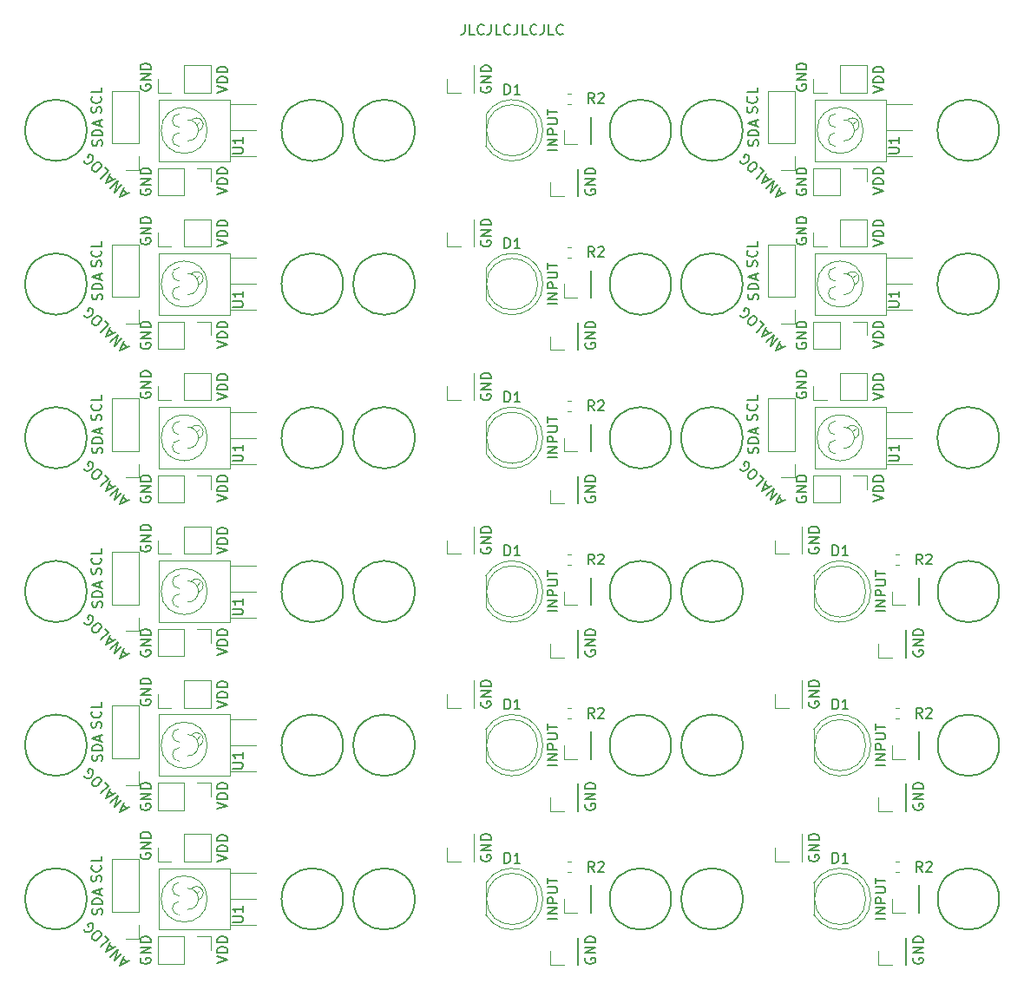
<source format=gbr>
%TF.GenerationSoftware,KiCad,Pcbnew,5.1.6-c6e7f7d~86~ubuntu18.04.1*%
%TF.CreationDate,2020-06-23T16:20:56-03:00*%
%TF.ProjectId,irStrip,69725374-7269-4702-9e6b-696361645f70,Rev. 1*%
%TF.SameCoordinates,Original*%
%TF.FileFunction,Legend,Top*%
%TF.FilePolarity,Positive*%
%FSLAX46Y46*%
G04 Gerber Fmt 4.6, Leading zero omitted, Abs format (unit mm)*
G04 Created by KiCad (PCBNEW 5.1.6-c6e7f7d~86~ubuntu18.04.1) date 2020-06-23 16:20:56*
%MOMM*%
%LPD*%
G01*
G04 APERTURE LIST*
%ADD10C,0.150000*%
%ADD11C,0.120000*%
G04 APERTURE END LIST*
D10*
X185767300Y-145161904D02*
X185719680Y-145257142D01*
X185719680Y-145400000D01*
X185767300Y-145542857D01*
X185862538Y-145638095D01*
X185957776Y-145685714D01*
X186148252Y-145733333D01*
X186291109Y-145733333D01*
X186481585Y-145685714D01*
X186576823Y-145638095D01*
X186672061Y-145542857D01*
X186719680Y-145400000D01*
X186719680Y-145304761D01*
X186672061Y-145161904D01*
X186624442Y-145114285D01*
X186291109Y-145114285D01*
X186291109Y-145304761D01*
X186719680Y-144685714D02*
X185719680Y-144685714D01*
X186719680Y-144114285D01*
X185719680Y-144114285D01*
X186719680Y-143638095D02*
X185719680Y-143638095D01*
X185719680Y-143400000D01*
X185767300Y-143257142D01*
X185862538Y-143161904D01*
X185957776Y-143114285D01*
X186148252Y-143066666D01*
X186291109Y-143066666D01*
X186481585Y-143114285D01*
X186576823Y-143161904D01*
X186672061Y-143257142D01*
X186719680Y-143400000D01*
X186719680Y-143638095D01*
X194113600Y-139403600D02*
G75*
G03*
X194113600Y-139403600I-3000000J0D01*
G01*
X169101800Y-139402400D02*
G75*
G03*
X169101800Y-139402400I-3000000J0D01*
G01*
X183019680Y-141328571D02*
X182019680Y-141328571D01*
X183019680Y-140852380D02*
X182019680Y-140852380D01*
X183019680Y-140280952D01*
X182019680Y-140280952D01*
X183019680Y-139804761D02*
X182019680Y-139804761D01*
X182019680Y-139423809D01*
X182067300Y-139328571D01*
X182114919Y-139280952D01*
X182210157Y-139233333D01*
X182353014Y-139233333D01*
X182448252Y-139280952D01*
X182495871Y-139328571D01*
X182543490Y-139423809D01*
X182543490Y-139804761D01*
X182019680Y-138804761D02*
X182829204Y-138804761D01*
X182924442Y-138757142D01*
X182972061Y-138709523D01*
X183019680Y-138614285D01*
X183019680Y-138423809D01*
X182972061Y-138328571D01*
X182924442Y-138280952D01*
X182829204Y-138233333D01*
X182019680Y-138233333D01*
X182019680Y-137900000D02*
X182019680Y-137328571D01*
X183019680Y-137614285D02*
X182019680Y-137614285D01*
X175567300Y-135161904D02*
X175519680Y-135257142D01*
X175519680Y-135400000D01*
X175567300Y-135542857D01*
X175662538Y-135638095D01*
X175757776Y-135685714D01*
X175948252Y-135733333D01*
X176091109Y-135733333D01*
X176281585Y-135685714D01*
X176376823Y-135638095D01*
X176472061Y-135542857D01*
X176519680Y-135400000D01*
X176519680Y-135304761D01*
X176472061Y-135161904D01*
X176424442Y-135114285D01*
X176091109Y-135114285D01*
X176091109Y-135304761D01*
X176519680Y-134685714D02*
X175519680Y-134685714D01*
X176519680Y-134114285D01*
X175519680Y-134114285D01*
X176519680Y-133638095D02*
X175519680Y-133638095D01*
X175519680Y-133400000D01*
X175567300Y-133257142D01*
X175662538Y-133161904D01*
X175757776Y-133114285D01*
X175948252Y-133066666D01*
X176091109Y-133066666D01*
X176281585Y-133114285D01*
X176376823Y-133161904D01*
X176472061Y-133257142D01*
X176519680Y-133400000D01*
X176519680Y-133638095D01*
X185767300Y-130161904D02*
X185719680Y-130257142D01*
X185719680Y-130400000D01*
X185767300Y-130542857D01*
X185862538Y-130638095D01*
X185957776Y-130685714D01*
X186148252Y-130733333D01*
X186291109Y-130733333D01*
X186481585Y-130685714D01*
X186576823Y-130638095D01*
X186672061Y-130542857D01*
X186719680Y-130400000D01*
X186719680Y-130304761D01*
X186672061Y-130161904D01*
X186624442Y-130114285D01*
X186291109Y-130114285D01*
X186291109Y-130304761D01*
X186719680Y-129685714D02*
X185719680Y-129685714D01*
X186719680Y-129114285D01*
X185719680Y-129114285D01*
X186719680Y-128638095D02*
X185719680Y-128638095D01*
X185719680Y-128400000D01*
X185767300Y-128257142D01*
X185862538Y-128161904D01*
X185957776Y-128114285D01*
X186148252Y-128066666D01*
X186291109Y-128066666D01*
X186481585Y-128114285D01*
X186576823Y-128161904D01*
X186672061Y-128257142D01*
X186719680Y-128400000D01*
X186719680Y-128638095D01*
X194113600Y-124403600D02*
G75*
G03*
X194113600Y-124403600I-3000000J0D01*
G01*
X169101800Y-124402400D02*
G75*
G03*
X169101800Y-124402400I-3000000J0D01*
G01*
X183019680Y-126328571D02*
X182019680Y-126328571D01*
X183019680Y-125852380D02*
X182019680Y-125852380D01*
X183019680Y-125280952D01*
X182019680Y-125280952D01*
X183019680Y-124804761D02*
X182019680Y-124804761D01*
X182019680Y-124423809D01*
X182067300Y-124328571D01*
X182114919Y-124280952D01*
X182210157Y-124233333D01*
X182353014Y-124233333D01*
X182448252Y-124280952D01*
X182495871Y-124328571D01*
X182543490Y-124423809D01*
X182543490Y-124804761D01*
X182019680Y-123804761D02*
X182829204Y-123804761D01*
X182924442Y-123757142D01*
X182972061Y-123709523D01*
X183019680Y-123614285D01*
X183019680Y-123423809D01*
X182972061Y-123328571D01*
X182924442Y-123280952D01*
X182829204Y-123233333D01*
X182019680Y-123233333D01*
X182019680Y-122900000D02*
X182019680Y-122328571D01*
X183019680Y-122614285D02*
X182019680Y-122614285D01*
X175567300Y-120161904D02*
X175519680Y-120257142D01*
X175519680Y-120400000D01*
X175567300Y-120542857D01*
X175662538Y-120638095D01*
X175757776Y-120685714D01*
X175948252Y-120733333D01*
X176091109Y-120733333D01*
X176281585Y-120685714D01*
X176376823Y-120638095D01*
X176472061Y-120542857D01*
X176519680Y-120400000D01*
X176519680Y-120304761D01*
X176472061Y-120161904D01*
X176424442Y-120114285D01*
X176091109Y-120114285D01*
X176091109Y-120304761D01*
X176519680Y-119685714D02*
X175519680Y-119685714D01*
X176519680Y-119114285D01*
X175519680Y-119114285D01*
X176519680Y-118638095D02*
X175519680Y-118638095D01*
X175519680Y-118400000D01*
X175567300Y-118257142D01*
X175662538Y-118161904D01*
X175757776Y-118114285D01*
X175948252Y-118066666D01*
X176091109Y-118066666D01*
X176281585Y-118114285D01*
X176376823Y-118161904D01*
X176472061Y-118257142D01*
X176519680Y-118400000D01*
X176519680Y-118638095D01*
X185767300Y-115161904D02*
X185719680Y-115257142D01*
X185719680Y-115400000D01*
X185767300Y-115542857D01*
X185862538Y-115638095D01*
X185957776Y-115685714D01*
X186148252Y-115733333D01*
X186291109Y-115733333D01*
X186481585Y-115685714D01*
X186576823Y-115638095D01*
X186672061Y-115542857D01*
X186719680Y-115400000D01*
X186719680Y-115304761D01*
X186672061Y-115161904D01*
X186624442Y-115114285D01*
X186291109Y-115114285D01*
X186291109Y-115304761D01*
X186719680Y-114685714D02*
X185719680Y-114685714D01*
X186719680Y-114114285D01*
X185719680Y-114114285D01*
X186719680Y-113638095D02*
X185719680Y-113638095D01*
X185719680Y-113400000D01*
X185767300Y-113257142D01*
X185862538Y-113161904D01*
X185957776Y-113114285D01*
X186148252Y-113066666D01*
X186291109Y-113066666D01*
X186481585Y-113114285D01*
X186576823Y-113161904D01*
X186672061Y-113257142D01*
X186719680Y-113400000D01*
X186719680Y-113638095D01*
X194113600Y-109403600D02*
G75*
G03*
X194113600Y-109403600I-3000000J0D01*
G01*
X169101800Y-109402400D02*
G75*
G03*
X169101800Y-109402400I-3000000J0D01*
G01*
X183019680Y-111328571D02*
X182019680Y-111328571D01*
X183019680Y-110852380D02*
X182019680Y-110852380D01*
X183019680Y-110280952D01*
X182019680Y-110280952D01*
X183019680Y-109804761D02*
X182019680Y-109804761D01*
X182019680Y-109423809D01*
X182067300Y-109328571D01*
X182114919Y-109280952D01*
X182210157Y-109233333D01*
X182353014Y-109233333D01*
X182448252Y-109280952D01*
X182495871Y-109328571D01*
X182543490Y-109423809D01*
X182543490Y-109804761D01*
X182019680Y-108804761D02*
X182829204Y-108804761D01*
X182924442Y-108757142D01*
X182972061Y-108709523D01*
X183019680Y-108614285D01*
X183019680Y-108423809D01*
X182972061Y-108328571D01*
X182924442Y-108280952D01*
X182829204Y-108233333D01*
X182019680Y-108233333D01*
X182019680Y-107900000D02*
X182019680Y-107328571D01*
X183019680Y-107614285D02*
X182019680Y-107614285D01*
X175567300Y-105161904D02*
X175519680Y-105257142D01*
X175519680Y-105400000D01*
X175567300Y-105542857D01*
X175662538Y-105638095D01*
X175757776Y-105685714D01*
X175948252Y-105733333D01*
X176091109Y-105733333D01*
X176281585Y-105685714D01*
X176376823Y-105638095D01*
X176472061Y-105542857D01*
X176519680Y-105400000D01*
X176519680Y-105304761D01*
X176472061Y-105161904D01*
X176424442Y-105114285D01*
X176091109Y-105114285D01*
X176091109Y-105304761D01*
X176519680Y-104685714D02*
X175519680Y-104685714D01*
X176519680Y-104114285D01*
X175519680Y-104114285D01*
X176519680Y-103638095D02*
X175519680Y-103638095D01*
X175519680Y-103400000D01*
X175567300Y-103257142D01*
X175662538Y-103161904D01*
X175757776Y-103114285D01*
X175948252Y-103066666D01*
X176091109Y-103066666D01*
X176281585Y-103114285D01*
X176376823Y-103161904D01*
X176472061Y-103257142D01*
X176519680Y-103400000D01*
X176519680Y-103638095D01*
X181819680Y-100633333D02*
X182819680Y-100300000D01*
X181819680Y-99966666D01*
X182819680Y-99633333D02*
X181819680Y-99633333D01*
X181819680Y-99395238D01*
X181867300Y-99252380D01*
X181962538Y-99157142D01*
X182057776Y-99109523D01*
X182248252Y-99061904D01*
X182391109Y-99061904D01*
X182581585Y-99109523D01*
X182676823Y-99157142D01*
X182772061Y-99252380D01*
X182819680Y-99395238D01*
X182819680Y-99633333D01*
X182819680Y-98633333D02*
X181819680Y-98633333D01*
X181819680Y-98395238D01*
X181867300Y-98252380D01*
X181962538Y-98157142D01*
X182057776Y-98109523D01*
X182248252Y-98061904D01*
X182391109Y-98061904D01*
X182581585Y-98109523D01*
X182676823Y-98157142D01*
X182772061Y-98252380D01*
X182819680Y-98395238D01*
X182819680Y-98633333D01*
X170572061Y-95914285D02*
X170619680Y-95771428D01*
X170619680Y-95533333D01*
X170572061Y-95438095D01*
X170524442Y-95390476D01*
X170429204Y-95342857D01*
X170333966Y-95342857D01*
X170238728Y-95390476D01*
X170191109Y-95438095D01*
X170143490Y-95533333D01*
X170095871Y-95723809D01*
X170048252Y-95819047D01*
X170000633Y-95866666D01*
X169905395Y-95914285D01*
X169810157Y-95914285D01*
X169714919Y-95866666D01*
X169667300Y-95819047D01*
X169619680Y-95723809D01*
X169619680Y-95485714D01*
X169667300Y-95342857D01*
X170619680Y-94914285D02*
X169619680Y-94914285D01*
X169619680Y-94676190D01*
X169667300Y-94533333D01*
X169762538Y-94438095D01*
X169857776Y-94390476D01*
X170048252Y-94342857D01*
X170191109Y-94342857D01*
X170381585Y-94390476D01*
X170476823Y-94438095D01*
X170572061Y-94533333D01*
X170619680Y-94676190D01*
X170619680Y-94914285D01*
X170333966Y-93961904D02*
X170333966Y-93485714D01*
X170619680Y-94057142D02*
X169619680Y-93723809D01*
X170619680Y-93390476D01*
X181819680Y-90733333D02*
X182819680Y-90400000D01*
X181819680Y-90066666D01*
X182819680Y-89733333D02*
X181819680Y-89733333D01*
X181819680Y-89495238D01*
X181867300Y-89352380D01*
X181962538Y-89257142D01*
X182057776Y-89209523D01*
X182248252Y-89161904D01*
X182391109Y-89161904D01*
X182581585Y-89209523D01*
X182676823Y-89257142D01*
X182772061Y-89352380D01*
X182819680Y-89495238D01*
X182819680Y-89733333D01*
X182819680Y-88733333D02*
X181819680Y-88733333D01*
X181819680Y-88495238D01*
X181867300Y-88352380D01*
X181962538Y-88257142D01*
X182057776Y-88209523D01*
X182248252Y-88161904D01*
X182391109Y-88161904D01*
X182581585Y-88209523D01*
X182676823Y-88257142D01*
X182772061Y-88352380D01*
X182819680Y-88495238D01*
X182819680Y-88733333D01*
X174367300Y-89961904D02*
X174319680Y-90057142D01*
X174319680Y-90200000D01*
X174367300Y-90342857D01*
X174462538Y-90438095D01*
X174557776Y-90485714D01*
X174748252Y-90533333D01*
X174891109Y-90533333D01*
X175081585Y-90485714D01*
X175176823Y-90438095D01*
X175272061Y-90342857D01*
X175319680Y-90200000D01*
X175319680Y-90104761D01*
X175272061Y-89961904D01*
X175224442Y-89914285D01*
X174891109Y-89914285D01*
X174891109Y-90104761D01*
X175319680Y-89485714D02*
X174319680Y-89485714D01*
X175319680Y-88914285D01*
X174319680Y-88914285D01*
X175319680Y-88438095D02*
X174319680Y-88438095D01*
X174319680Y-88200000D01*
X174367300Y-88057142D01*
X174462538Y-87961904D01*
X174557776Y-87914285D01*
X174748252Y-87866666D01*
X174891109Y-87866666D01*
X175081585Y-87914285D01*
X175176823Y-87961904D01*
X175272061Y-88057142D01*
X175319680Y-88200000D01*
X175319680Y-88438095D01*
X170472061Y-92690476D02*
X170519680Y-92547619D01*
X170519680Y-92309523D01*
X170472061Y-92214285D01*
X170424442Y-92166666D01*
X170329204Y-92119047D01*
X170233966Y-92119047D01*
X170138728Y-92166666D01*
X170091109Y-92214285D01*
X170043490Y-92309523D01*
X169995871Y-92500000D01*
X169948252Y-92595238D01*
X169900633Y-92642857D01*
X169805395Y-92690476D01*
X169710157Y-92690476D01*
X169614919Y-92642857D01*
X169567300Y-92595238D01*
X169519680Y-92500000D01*
X169519680Y-92261904D01*
X169567300Y-92119047D01*
X170424442Y-91119047D02*
X170472061Y-91166666D01*
X170519680Y-91309523D01*
X170519680Y-91404761D01*
X170472061Y-91547619D01*
X170376823Y-91642857D01*
X170281585Y-91690476D01*
X170091109Y-91738095D01*
X169948252Y-91738095D01*
X169757776Y-91690476D01*
X169662538Y-91642857D01*
X169567300Y-91547619D01*
X169519680Y-91404761D01*
X169519680Y-91309523D01*
X169567300Y-91166666D01*
X169614919Y-91119047D01*
X170519680Y-90214285D02*
X170519680Y-90690476D01*
X169519680Y-90690476D01*
X194095500Y-94397600D02*
G75*
G03*
X194095500Y-94397600I-3000000J0D01*
G01*
X169083700Y-94396400D02*
G75*
G03*
X169083700Y-94396400I-3000000J0D01*
G01*
X174367300Y-100161904D02*
X174319680Y-100257142D01*
X174319680Y-100400000D01*
X174367300Y-100542857D01*
X174462538Y-100638095D01*
X174557776Y-100685714D01*
X174748252Y-100733333D01*
X174891109Y-100733333D01*
X175081585Y-100685714D01*
X175176823Y-100638095D01*
X175272061Y-100542857D01*
X175319680Y-100400000D01*
X175319680Y-100304761D01*
X175272061Y-100161904D01*
X175224442Y-100114285D01*
X174891109Y-100114285D01*
X174891109Y-100304761D01*
X175319680Y-99685714D02*
X174319680Y-99685714D01*
X175319680Y-99114285D01*
X174319680Y-99114285D01*
X175319680Y-98638095D02*
X174319680Y-98638095D01*
X174319680Y-98400000D01*
X174367300Y-98257142D01*
X174462538Y-98161904D01*
X174557776Y-98114285D01*
X174748252Y-98066666D01*
X174891109Y-98066666D01*
X175081585Y-98114285D01*
X175176823Y-98161904D01*
X175272061Y-98257142D01*
X175319680Y-98400000D01*
X175319680Y-98638095D01*
X172957097Y-100574095D02*
X172620379Y-100237377D01*
X173226471Y-100439408D02*
X172283662Y-100910812D01*
X172755066Y-99968003D01*
X172519364Y-99732301D02*
X171812257Y-100439408D01*
X172115303Y-99328240D01*
X171408196Y-100035347D01*
X171610227Y-99227225D02*
X171273509Y-98890507D01*
X171879601Y-99092538D02*
X170936792Y-99563942D01*
X171408196Y-98621133D01*
X170835777Y-98048713D02*
X171172494Y-98385431D01*
X170465387Y-99092538D01*
X169758281Y-98385431D02*
X169623594Y-98250744D01*
X169589922Y-98149729D01*
X169589922Y-98015042D01*
X169690937Y-97846683D01*
X169926639Y-97610981D01*
X170094998Y-97509965D01*
X170229685Y-97509965D01*
X170330700Y-97543637D01*
X170465387Y-97678324D01*
X170499059Y-97779339D01*
X170499059Y-97914026D01*
X170398044Y-98082385D01*
X170162342Y-98318087D01*
X169993983Y-98419103D01*
X169859296Y-98419103D01*
X169758281Y-98385431D01*
X168815472Y-97375278D02*
X168849143Y-97476294D01*
X168950159Y-97577309D01*
X169084846Y-97644652D01*
X169219533Y-97644652D01*
X169320548Y-97610981D01*
X169488907Y-97509965D01*
X169589922Y-97408950D01*
X169690937Y-97240591D01*
X169724609Y-97139576D01*
X169724609Y-97004889D01*
X169657265Y-96870202D01*
X169589922Y-96802859D01*
X169455235Y-96735515D01*
X169387891Y-96735515D01*
X169152189Y-96971217D01*
X169286876Y-97105904D01*
X181819680Y-85633333D02*
X182819680Y-85300000D01*
X181819680Y-84966666D01*
X182819680Y-84633333D02*
X181819680Y-84633333D01*
X181819680Y-84395238D01*
X181867300Y-84252380D01*
X181962538Y-84157142D01*
X182057776Y-84109523D01*
X182248252Y-84061904D01*
X182391109Y-84061904D01*
X182581585Y-84109523D01*
X182676823Y-84157142D01*
X182772061Y-84252380D01*
X182819680Y-84395238D01*
X182819680Y-84633333D01*
X182819680Y-83633333D02*
X181819680Y-83633333D01*
X181819680Y-83395238D01*
X181867300Y-83252380D01*
X181962538Y-83157142D01*
X182057776Y-83109523D01*
X182248252Y-83061904D01*
X182391109Y-83061904D01*
X182581585Y-83109523D01*
X182676823Y-83157142D01*
X182772061Y-83252380D01*
X182819680Y-83395238D01*
X182819680Y-83633333D01*
X170572061Y-80914285D02*
X170619680Y-80771428D01*
X170619680Y-80533333D01*
X170572061Y-80438095D01*
X170524442Y-80390476D01*
X170429204Y-80342857D01*
X170333966Y-80342857D01*
X170238728Y-80390476D01*
X170191109Y-80438095D01*
X170143490Y-80533333D01*
X170095871Y-80723809D01*
X170048252Y-80819047D01*
X170000633Y-80866666D01*
X169905395Y-80914285D01*
X169810157Y-80914285D01*
X169714919Y-80866666D01*
X169667300Y-80819047D01*
X169619680Y-80723809D01*
X169619680Y-80485714D01*
X169667300Y-80342857D01*
X170619680Y-79914285D02*
X169619680Y-79914285D01*
X169619680Y-79676190D01*
X169667300Y-79533333D01*
X169762538Y-79438095D01*
X169857776Y-79390476D01*
X170048252Y-79342857D01*
X170191109Y-79342857D01*
X170381585Y-79390476D01*
X170476823Y-79438095D01*
X170572061Y-79533333D01*
X170619680Y-79676190D01*
X170619680Y-79914285D01*
X170333966Y-78961904D02*
X170333966Y-78485714D01*
X170619680Y-79057142D02*
X169619680Y-78723809D01*
X170619680Y-78390476D01*
X181819680Y-75733333D02*
X182819680Y-75400000D01*
X181819680Y-75066666D01*
X182819680Y-74733333D02*
X181819680Y-74733333D01*
X181819680Y-74495238D01*
X181867300Y-74352380D01*
X181962538Y-74257142D01*
X182057776Y-74209523D01*
X182248252Y-74161904D01*
X182391109Y-74161904D01*
X182581585Y-74209523D01*
X182676823Y-74257142D01*
X182772061Y-74352380D01*
X182819680Y-74495238D01*
X182819680Y-74733333D01*
X182819680Y-73733333D02*
X181819680Y-73733333D01*
X181819680Y-73495238D01*
X181867300Y-73352380D01*
X181962538Y-73257142D01*
X182057776Y-73209523D01*
X182248252Y-73161904D01*
X182391109Y-73161904D01*
X182581585Y-73209523D01*
X182676823Y-73257142D01*
X182772061Y-73352380D01*
X182819680Y-73495238D01*
X182819680Y-73733333D01*
X174367300Y-74961904D02*
X174319680Y-75057142D01*
X174319680Y-75200000D01*
X174367300Y-75342857D01*
X174462538Y-75438095D01*
X174557776Y-75485714D01*
X174748252Y-75533333D01*
X174891109Y-75533333D01*
X175081585Y-75485714D01*
X175176823Y-75438095D01*
X175272061Y-75342857D01*
X175319680Y-75200000D01*
X175319680Y-75104761D01*
X175272061Y-74961904D01*
X175224442Y-74914285D01*
X174891109Y-74914285D01*
X174891109Y-75104761D01*
X175319680Y-74485714D02*
X174319680Y-74485714D01*
X175319680Y-73914285D01*
X174319680Y-73914285D01*
X175319680Y-73438095D02*
X174319680Y-73438095D01*
X174319680Y-73200000D01*
X174367300Y-73057142D01*
X174462538Y-72961904D01*
X174557776Y-72914285D01*
X174748252Y-72866666D01*
X174891109Y-72866666D01*
X175081585Y-72914285D01*
X175176823Y-72961904D01*
X175272061Y-73057142D01*
X175319680Y-73200000D01*
X175319680Y-73438095D01*
X170472061Y-77690476D02*
X170519680Y-77547619D01*
X170519680Y-77309523D01*
X170472061Y-77214285D01*
X170424442Y-77166666D01*
X170329204Y-77119047D01*
X170233966Y-77119047D01*
X170138728Y-77166666D01*
X170091109Y-77214285D01*
X170043490Y-77309523D01*
X169995871Y-77500000D01*
X169948252Y-77595238D01*
X169900633Y-77642857D01*
X169805395Y-77690476D01*
X169710157Y-77690476D01*
X169614919Y-77642857D01*
X169567300Y-77595238D01*
X169519680Y-77500000D01*
X169519680Y-77261904D01*
X169567300Y-77119047D01*
X170424442Y-76119047D02*
X170472061Y-76166666D01*
X170519680Y-76309523D01*
X170519680Y-76404761D01*
X170472061Y-76547619D01*
X170376823Y-76642857D01*
X170281585Y-76690476D01*
X170091109Y-76738095D01*
X169948252Y-76738095D01*
X169757776Y-76690476D01*
X169662538Y-76642857D01*
X169567300Y-76547619D01*
X169519680Y-76404761D01*
X169519680Y-76309523D01*
X169567300Y-76166666D01*
X169614919Y-76119047D01*
X170519680Y-75214285D02*
X170519680Y-75690476D01*
X169519680Y-75690476D01*
X194095500Y-79397600D02*
G75*
G03*
X194095500Y-79397600I-3000000J0D01*
G01*
X169083700Y-79396400D02*
G75*
G03*
X169083700Y-79396400I-3000000J0D01*
G01*
X174367300Y-85161904D02*
X174319680Y-85257142D01*
X174319680Y-85400000D01*
X174367300Y-85542857D01*
X174462538Y-85638095D01*
X174557776Y-85685714D01*
X174748252Y-85733333D01*
X174891109Y-85733333D01*
X175081585Y-85685714D01*
X175176823Y-85638095D01*
X175272061Y-85542857D01*
X175319680Y-85400000D01*
X175319680Y-85304761D01*
X175272061Y-85161904D01*
X175224442Y-85114285D01*
X174891109Y-85114285D01*
X174891109Y-85304761D01*
X175319680Y-84685714D02*
X174319680Y-84685714D01*
X175319680Y-84114285D01*
X174319680Y-84114285D01*
X175319680Y-83638095D02*
X174319680Y-83638095D01*
X174319680Y-83400000D01*
X174367300Y-83257142D01*
X174462538Y-83161904D01*
X174557776Y-83114285D01*
X174748252Y-83066666D01*
X174891109Y-83066666D01*
X175081585Y-83114285D01*
X175176823Y-83161904D01*
X175272061Y-83257142D01*
X175319680Y-83400000D01*
X175319680Y-83638095D01*
X172957097Y-85574095D02*
X172620379Y-85237377D01*
X173226471Y-85439408D02*
X172283662Y-85910812D01*
X172755066Y-84968003D01*
X172519364Y-84732301D02*
X171812257Y-85439408D01*
X172115303Y-84328240D01*
X171408196Y-85035347D01*
X171610227Y-84227225D02*
X171273509Y-83890507D01*
X171879601Y-84092538D02*
X170936792Y-84563942D01*
X171408196Y-83621133D01*
X170835777Y-83048713D02*
X171172494Y-83385431D01*
X170465387Y-84092538D01*
X169758281Y-83385431D02*
X169623594Y-83250744D01*
X169589922Y-83149729D01*
X169589922Y-83015042D01*
X169690937Y-82846683D01*
X169926639Y-82610981D01*
X170094998Y-82509965D01*
X170229685Y-82509965D01*
X170330700Y-82543637D01*
X170465387Y-82678324D01*
X170499059Y-82779339D01*
X170499059Y-82914026D01*
X170398044Y-83082385D01*
X170162342Y-83318087D01*
X169993983Y-83419103D01*
X169859296Y-83419103D01*
X169758281Y-83385431D01*
X168815472Y-82375278D02*
X168849143Y-82476294D01*
X168950159Y-82577309D01*
X169084846Y-82644652D01*
X169219533Y-82644652D01*
X169320548Y-82610981D01*
X169488907Y-82509965D01*
X169589922Y-82408950D01*
X169690937Y-82240591D01*
X169724609Y-82139576D01*
X169724609Y-82004889D01*
X169657265Y-81870202D01*
X169589922Y-81802859D01*
X169455235Y-81735515D01*
X169387891Y-81735515D01*
X169152189Y-81971217D01*
X169286876Y-82105904D01*
X181819680Y-70633333D02*
X182819680Y-70300000D01*
X181819680Y-69966666D01*
X182819680Y-69633333D02*
X181819680Y-69633333D01*
X181819680Y-69395238D01*
X181867300Y-69252380D01*
X181962538Y-69157142D01*
X182057776Y-69109523D01*
X182248252Y-69061904D01*
X182391109Y-69061904D01*
X182581585Y-69109523D01*
X182676823Y-69157142D01*
X182772061Y-69252380D01*
X182819680Y-69395238D01*
X182819680Y-69633333D01*
X182819680Y-68633333D02*
X181819680Y-68633333D01*
X181819680Y-68395238D01*
X181867300Y-68252380D01*
X181962538Y-68157142D01*
X182057776Y-68109523D01*
X182248252Y-68061904D01*
X182391109Y-68061904D01*
X182581585Y-68109523D01*
X182676823Y-68157142D01*
X182772061Y-68252380D01*
X182819680Y-68395238D01*
X182819680Y-68633333D01*
X170572061Y-65914285D02*
X170619680Y-65771428D01*
X170619680Y-65533333D01*
X170572061Y-65438095D01*
X170524442Y-65390476D01*
X170429204Y-65342857D01*
X170333966Y-65342857D01*
X170238728Y-65390476D01*
X170191109Y-65438095D01*
X170143490Y-65533333D01*
X170095871Y-65723809D01*
X170048252Y-65819047D01*
X170000633Y-65866666D01*
X169905395Y-65914285D01*
X169810157Y-65914285D01*
X169714919Y-65866666D01*
X169667300Y-65819047D01*
X169619680Y-65723809D01*
X169619680Y-65485714D01*
X169667300Y-65342857D01*
X170619680Y-64914285D02*
X169619680Y-64914285D01*
X169619680Y-64676190D01*
X169667300Y-64533333D01*
X169762538Y-64438095D01*
X169857776Y-64390476D01*
X170048252Y-64342857D01*
X170191109Y-64342857D01*
X170381585Y-64390476D01*
X170476823Y-64438095D01*
X170572061Y-64533333D01*
X170619680Y-64676190D01*
X170619680Y-64914285D01*
X170333966Y-63961904D02*
X170333966Y-63485714D01*
X170619680Y-64057142D02*
X169619680Y-63723809D01*
X170619680Y-63390476D01*
X181819680Y-60733333D02*
X182819680Y-60400000D01*
X181819680Y-60066666D01*
X182819680Y-59733333D02*
X181819680Y-59733333D01*
X181819680Y-59495238D01*
X181867300Y-59352380D01*
X181962538Y-59257142D01*
X182057776Y-59209523D01*
X182248252Y-59161904D01*
X182391109Y-59161904D01*
X182581585Y-59209523D01*
X182676823Y-59257142D01*
X182772061Y-59352380D01*
X182819680Y-59495238D01*
X182819680Y-59733333D01*
X182819680Y-58733333D02*
X181819680Y-58733333D01*
X181819680Y-58495238D01*
X181867300Y-58352380D01*
X181962538Y-58257142D01*
X182057776Y-58209523D01*
X182248252Y-58161904D01*
X182391109Y-58161904D01*
X182581585Y-58209523D01*
X182676823Y-58257142D01*
X182772061Y-58352380D01*
X182819680Y-58495238D01*
X182819680Y-58733333D01*
X174367300Y-59961904D02*
X174319680Y-60057142D01*
X174319680Y-60200000D01*
X174367300Y-60342857D01*
X174462538Y-60438095D01*
X174557776Y-60485714D01*
X174748252Y-60533333D01*
X174891109Y-60533333D01*
X175081585Y-60485714D01*
X175176823Y-60438095D01*
X175272061Y-60342857D01*
X175319680Y-60200000D01*
X175319680Y-60104761D01*
X175272061Y-59961904D01*
X175224442Y-59914285D01*
X174891109Y-59914285D01*
X174891109Y-60104761D01*
X175319680Y-59485714D02*
X174319680Y-59485714D01*
X175319680Y-58914285D01*
X174319680Y-58914285D01*
X175319680Y-58438095D02*
X174319680Y-58438095D01*
X174319680Y-58200000D01*
X174367300Y-58057142D01*
X174462538Y-57961904D01*
X174557776Y-57914285D01*
X174748252Y-57866666D01*
X174891109Y-57866666D01*
X175081585Y-57914285D01*
X175176823Y-57961904D01*
X175272061Y-58057142D01*
X175319680Y-58200000D01*
X175319680Y-58438095D01*
X170472061Y-62690476D02*
X170519680Y-62547619D01*
X170519680Y-62309523D01*
X170472061Y-62214285D01*
X170424442Y-62166666D01*
X170329204Y-62119047D01*
X170233966Y-62119047D01*
X170138728Y-62166666D01*
X170091109Y-62214285D01*
X170043490Y-62309523D01*
X169995871Y-62500000D01*
X169948252Y-62595238D01*
X169900633Y-62642857D01*
X169805395Y-62690476D01*
X169710157Y-62690476D01*
X169614919Y-62642857D01*
X169567300Y-62595238D01*
X169519680Y-62500000D01*
X169519680Y-62261904D01*
X169567300Y-62119047D01*
X170424442Y-61119047D02*
X170472061Y-61166666D01*
X170519680Y-61309523D01*
X170519680Y-61404761D01*
X170472061Y-61547619D01*
X170376823Y-61642857D01*
X170281585Y-61690476D01*
X170091109Y-61738095D01*
X169948252Y-61738095D01*
X169757776Y-61690476D01*
X169662538Y-61642857D01*
X169567300Y-61547619D01*
X169519680Y-61404761D01*
X169519680Y-61309523D01*
X169567300Y-61166666D01*
X169614919Y-61119047D01*
X170519680Y-60214285D02*
X170519680Y-60690476D01*
X169519680Y-60690476D01*
X194095500Y-64397600D02*
G75*
G03*
X194095500Y-64397600I-3000000J0D01*
G01*
X169083700Y-64396400D02*
G75*
G03*
X169083700Y-64396400I-3000000J0D01*
G01*
X174367300Y-70161904D02*
X174319680Y-70257142D01*
X174319680Y-70400000D01*
X174367300Y-70542857D01*
X174462538Y-70638095D01*
X174557776Y-70685714D01*
X174748252Y-70733333D01*
X174891109Y-70733333D01*
X175081585Y-70685714D01*
X175176823Y-70638095D01*
X175272061Y-70542857D01*
X175319680Y-70400000D01*
X175319680Y-70304761D01*
X175272061Y-70161904D01*
X175224442Y-70114285D01*
X174891109Y-70114285D01*
X174891109Y-70304761D01*
X175319680Y-69685714D02*
X174319680Y-69685714D01*
X175319680Y-69114285D01*
X174319680Y-69114285D01*
X175319680Y-68638095D02*
X174319680Y-68638095D01*
X174319680Y-68400000D01*
X174367300Y-68257142D01*
X174462538Y-68161904D01*
X174557776Y-68114285D01*
X174748252Y-68066666D01*
X174891109Y-68066666D01*
X175081585Y-68114285D01*
X175176823Y-68161904D01*
X175272061Y-68257142D01*
X175319680Y-68400000D01*
X175319680Y-68638095D01*
X172957097Y-70574095D02*
X172620379Y-70237377D01*
X173226471Y-70439408D02*
X172283662Y-70910812D01*
X172755066Y-69968003D01*
X172519364Y-69732301D02*
X171812257Y-70439408D01*
X172115303Y-69328240D01*
X171408196Y-70035347D01*
X171610227Y-69227225D02*
X171273509Y-68890507D01*
X171879601Y-69092538D02*
X170936792Y-69563942D01*
X171408196Y-68621133D01*
X170835777Y-68048713D02*
X171172494Y-68385431D01*
X170465387Y-69092538D01*
X169758281Y-68385431D02*
X169623594Y-68250744D01*
X169589922Y-68149729D01*
X169589922Y-68015042D01*
X169690937Y-67846683D01*
X169926639Y-67610981D01*
X170094998Y-67509965D01*
X170229685Y-67509965D01*
X170330700Y-67543637D01*
X170465387Y-67678324D01*
X170499059Y-67779339D01*
X170499059Y-67914026D01*
X170398044Y-68082385D01*
X170162342Y-68318087D01*
X169993983Y-68419103D01*
X169859296Y-68419103D01*
X169758281Y-68385431D01*
X168815472Y-67375278D02*
X168849143Y-67476294D01*
X168950159Y-67577309D01*
X169084846Y-67644652D01*
X169219533Y-67644652D01*
X169320548Y-67610981D01*
X169488907Y-67509965D01*
X169589922Y-67408950D01*
X169690937Y-67240591D01*
X169724609Y-67139576D01*
X169724609Y-67004889D01*
X169657265Y-66870202D01*
X169589922Y-66802859D01*
X169455235Y-66735515D01*
X169387891Y-66735515D01*
X169152189Y-66971217D01*
X169286876Y-67105904D01*
X143570000Y-135161904D02*
X143522380Y-135257142D01*
X143522380Y-135400000D01*
X143570000Y-135542857D01*
X143665238Y-135638095D01*
X143760476Y-135685714D01*
X143950952Y-135733333D01*
X144093809Y-135733333D01*
X144284285Y-135685714D01*
X144379523Y-135638095D01*
X144474761Y-135542857D01*
X144522380Y-135400000D01*
X144522380Y-135304761D01*
X144474761Y-135161904D01*
X144427142Y-135114285D01*
X144093809Y-135114285D01*
X144093809Y-135304761D01*
X144522380Y-134685714D02*
X143522380Y-134685714D01*
X144522380Y-134114285D01*
X143522380Y-134114285D01*
X144522380Y-133638095D02*
X143522380Y-133638095D01*
X143522380Y-133400000D01*
X143570000Y-133257142D01*
X143665238Y-133161904D01*
X143760476Y-133114285D01*
X143950952Y-133066666D01*
X144093809Y-133066666D01*
X144284285Y-133114285D01*
X144379523Y-133161904D01*
X144474761Y-133257142D01*
X144522380Y-133400000D01*
X144522380Y-133638095D01*
X151022380Y-141328571D02*
X150022380Y-141328571D01*
X151022380Y-140852380D02*
X150022380Y-140852380D01*
X151022380Y-140280952D01*
X150022380Y-140280952D01*
X151022380Y-139804761D02*
X150022380Y-139804761D01*
X150022380Y-139423809D01*
X150070000Y-139328571D01*
X150117619Y-139280952D01*
X150212857Y-139233333D01*
X150355714Y-139233333D01*
X150450952Y-139280952D01*
X150498571Y-139328571D01*
X150546190Y-139423809D01*
X150546190Y-139804761D01*
X150022380Y-138804761D02*
X150831904Y-138804761D01*
X150927142Y-138757142D01*
X150974761Y-138709523D01*
X151022380Y-138614285D01*
X151022380Y-138423809D01*
X150974761Y-138328571D01*
X150927142Y-138280952D01*
X150831904Y-138233333D01*
X150022380Y-138233333D01*
X150022380Y-137900000D02*
X150022380Y-137328571D01*
X151022380Y-137614285D02*
X150022380Y-137614285D01*
X153770000Y-145161904D02*
X153722380Y-145257142D01*
X153722380Y-145400000D01*
X153770000Y-145542857D01*
X153865238Y-145638095D01*
X153960476Y-145685714D01*
X154150952Y-145733333D01*
X154293809Y-145733333D01*
X154484285Y-145685714D01*
X154579523Y-145638095D01*
X154674761Y-145542857D01*
X154722380Y-145400000D01*
X154722380Y-145304761D01*
X154674761Y-145161904D01*
X154627142Y-145114285D01*
X154293809Y-145114285D01*
X154293809Y-145304761D01*
X154722380Y-144685714D02*
X153722380Y-144685714D01*
X154722380Y-144114285D01*
X153722380Y-144114285D01*
X154722380Y-143638095D02*
X153722380Y-143638095D01*
X153722380Y-143400000D01*
X153770000Y-143257142D01*
X153865238Y-143161904D01*
X153960476Y-143114285D01*
X154150952Y-143066666D01*
X154293809Y-143066666D01*
X154484285Y-143114285D01*
X154579523Y-143161904D01*
X154674761Y-143257142D01*
X154722380Y-143400000D01*
X154722380Y-143638095D01*
X106474761Y-137690476D02*
X106522380Y-137547619D01*
X106522380Y-137309523D01*
X106474761Y-137214285D01*
X106427142Y-137166666D01*
X106331904Y-137119047D01*
X106236666Y-137119047D01*
X106141428Y-137166666D01*
X106093809Y-137214285D01*
X106046190Y-137309523D01*
X105998571Y-137500000D01*
X105950952Y-137595238D01*
X105903333Y-137642857D01*
X105808095Y-137690476D01*
X105712857Y-137690476D01*
X105617619Y-137642857D01*
X105570000Y-137595238D01*
X105522380Y-137500000D01*
X105522380Y-137261904D01*
X105570000Y-137119047D01*
X106427142Y-136119047D02*
X106474761Y-136166666D01*
X106522380Y-136309523D01*
X106522380Y-136404761D01*
X106474761Y-136547619D01*
X106379523Y-136642857D01*
X106284285Y-136690476D01*
X106093809Y-136738095D01*
X105950952Y-136738095D01*
X105760476Y-136690476D01*
X105665238Y-136642857D01*
X105570000Y-136547619D01*
X105522380Y-136404761D01*
X105522380Y-136309523D01*
X105570000Y-136166666D01*
X105617619Y-136119047D01*
X106522380Y-135214285D02*
X106522380Y-135690476D01*
X105522380Y-135690476D01*
X117822380Y-145633333D02*
X118822380Y-145300000D01*
X117822380Y-144966666D01*
X118822380Y-144633333D02*
X117822380Y-144633333D01*
X117822380Y-144395238D01*
X117870000Y-144252380D01*
X117965238Y-144157142D01*
X118060476Y-144109523D01*
X118250952Y-144061904D01*
X118393809Y-144061904D01*
X118584285Y-144109523D01*
X118679523Y-144157142D01*
X118774761Y-144252380D01*
X118822380Y-144395238D01*
X118822380Y-144633333D01*
X118822380Y-143633333D02*
X117822380Y-143633333D01*
X117822380Y-143395238D01*
X117870000Y-143252380D01*
X117965238Y-143157142D01*
X118060476Y-143109523D01*
X118250952Y-143061904D01*
X118393809Y-143061904D01*
X118584285Y-143109523D01*
X118679523Y-143157142D01*
X118774761Y-143252380D01*
X118822380Y-143395238D01*
X118822380Y-143633333D01*
X137104500Y-139402400D02*
G75*
G03*
X137104500Y-139402400I-3000000J0D01*
G01*
X106574761Y-140914285D02*
X106622380Y-140771428D01*
X106622380Y-140533333D01*
X106574761Y-140438095D01*
X106527142Y-140390476D01*
X106431904Y-140342857D01*
X106336666Y-140342857D01*
X106241428Y-140390476D01*
X106193809Y-140438095D01*
X106146190Y-140533333D01*
X106098571Y-140723809D01*
X106050952Y-140819047D01*
X106003333Y-140866666D01*
X105908095Y-140914285D01*
X105812857Y-140914285D01*
X105717619Y-140866666D01*
X105670000Y-140819047D01*
X105622380Y-140723809D01*
X105622380Y-140485714D01*
X105670000Y-140342857D01*
X106622380Y-139914285D02*
X105622380Y-139914285D01*
X105622380Y-139676190D01*
X105670000Y-139533333D01*
X105765238Y-139438095D01*
X105860476Y-139390476D01*
X106050952Y-139342857D01*
X106193809Y-139342857D01*
X106384285Y-139390476D01*
X106479523Y-139438095D01*
X106574761Y-139533333D01*
X106622380Y-139676190D01*
X106622380Y-139914285D01*
X106336666Y-138961904D02*
X106336666Y-138485714D01*
X106622380Y-139057142D02*
X105622380Y-138723809D01*
X106622380Y-138390476D01*
X117822380Y-135733333D02*
X118822380Y-135400000D01*
X117822380Y-135066666D01*
X118822380Y-134733333D02*
X117822380Y-134733333D01*
X117822380Y-134495238D01*
X117870000Y-134352380D01*
X117965238Y-134257142D01*
X118060476Y-134209523D01*
X118250952Y-134161904D01*
X118393809Y-134161904D01*
X118584285Y-134209523D01*
X118679523Y-134257142D01*
X118774761Y-134352380D01*
X118822380Y-134495238D01*
X118822380Y-134733333D01*
X118822380Y-133733333D02*
X117822380Y-133733333D01*
X117822380Y-133495238D01*
X117870000Y-133352380D01*
X117965238Y-133257142D01*
X118060476Y-133209523D01*
X118250952Y-133161904D01*
X118393809Y-133161904D01*
X118584285Y-133209523D01*
X118679523Y-133257142D01*
X118774761Y-133352380D01*
X118822380Y-133495238D01*
X118822380Y-133733333D01*
X108959797Y-145574095D02*
X108623079Y-145237377D01*
X109229171Y-145439408D02*
X108286362Y-145910812D01*
X108757766Y-144968003D01*
X108522064Y-144732301D02*
X107814957Y-145439408D01*
X108118003Y-144328240D01*
X107410896Y-145035347D01*
X107612927Y-144227225D02*
X107276209Y-143890507D01*
X107882301Y-144092538D02*
X106939492Y-144563942D01*
X107410896Y-143621133D01*
X106838477Y-143048713D02*
X107175194Y-143385431D01*
X106468087Y-144092538D01*
X105760981Y-143385431D02*
X105626294Y-143250744D01*
X105592622Y-143149729D01*
X105592622Y-143015042D01*
X105693637Y-142846683D01*
X105929339Y-142610981D01*
X106097698Y-142509965D01*
X106232385Y-142509965D01*
X106333400Y-142543637D01*
X106468087Y-142678324D01*
X106501759Y-142779339D01*
X106501759Y-142914026D01*
X106400744Y-143082385D01*
X106165042Y-143318087D01*
X105996683Y-143419103D01*
X105861996Y-143419103D01*
X105760981Y-143385431D01*
X104818172Y-142375278D02*
X104851843Y-142476294D01*
X104952859Y-142577309D01*
X105087546Y-142644652D01*
X105222233Y-142644652D01*
X105323248Y-142610981D01*
X105491607Y-142509965D01*
X105592622Y-142408950D01*
X105693637Y-142240591D01*
X105727309Y-142139576D01*
X105727309Y-142004889D01*
X105659965Y-141870202D01*
X105592622Y-141802859D01*
X105457935Y-141735515D01*
X105390591Y-141735515D01*
X105154889Y-141971217D01*
X105289576Y-142105904D01*
X162116300Y-139403600D02*
G75*
G03*
X162116300Y-139403600I-3000000J0D01*
G01*
X105086400Y-139396400D02*
G75*
G03*
X105086400Y-139396400I-3000000J0D01*
G01*
X130098200Y-139397600D02*
G75*
G03*
X130098200Y-139397600I-3000000J0D01*
G01*
X110370000Y-145161904D02*
X110322380Y-145257142D01*
X110322380Y-145400000D01*
X110370000Y-145542857D01*
X110465238Y-145638095D01*
X110560476Y-145685714D01*
X110750952Y-145733333D01*
X110893809Y-145733333D01*
X111084285Y-145685714D01*
X111179523Y-145638095D01*
X111274761Y-145542857D01*
X111322380Y-145400000D01*
X111322380Y-145304761D01*
X111274761Y-145161904D01*
X111227142Y-145114285D01*
X110893809Y-145114285D01*
X110893809Y-145304761D01*
X111322380Y-144685714D02*
X110322380Y-144685714D01*
X111322380Y-144114285D01*
X110322380Y-144114285D01*
X111322380Y-143638095D02*
X110322380Y-143638095D01*
X110322380Y-143400000D01*
X110370000Y-143257142D01*
X110465238Y-143161904D01*
X110560476Y-143114285D01*
X110750952Y-143066666D01*
X110893809Y-143066666D01*
X111084285Y-143114285D01*
X111179523Y-143161904D01*
X111274761Y-143257142D01*
X111322380Y-143400000D01*
X111322380Y-143638095D01*
X110370000Y-134961904D02*
X110322380Y-135057142D01*
X110322380Y-135200000D01*
X110370000Y-135342857D01*
X110465238Y-135438095D01*
X110560476Y-135485714D01*
X110750952Y-135533333D01*
X110893809Y-135533333D01*
X111084285Y-135485714D01*
X111179523Y-135438095D01*
X111274761Y-135342857D01*
X111322380Y-135200000D01*
X111322380Y-135104761D01*
X111274761Y-134961904D01*
X111227142Y-134914285D01*
X110893809Y-134914285D01*
X110893809Y-135104761D01*
X111322380Y-134485714D02*
X110322380Y-134485714D01*
X111322380Y-133914285D01*
X110322380Y-133914285D01*
X111322380Y-133438095D02*
X110322380Y-133438095D01*
X110322380Y-133200000D01*
X110370000Y-133057142D01*
X110465238Y-132961904D01*
X110560476Y-132914285D01*
X110750952Y-132866666D01*
X110893809Y-132866666D01*
X111084285Y-132914285D01*
X111179523Y-132961904D01*
X111274761Y-133057142D01*
X111322380Y-133200000D01*
X111322380Y-133438095D01*
X143570000Y-120161904D02*
X143522380Y-120257142D01*
X143522380Y-120400000D01*
X143570000Y-120542857D01*
X143665238Y-120638095D01*
X143760476Y-120685714D01*
X143950952Y-120733333D01*
X144093809Y-120733333D01*
X144284285Y-120685714D01*
X144379523Y-120638095D01*
X144474761Y-120542857D01*
X144522380Y-120400000D01*
X144522380Y-120304761D01*
X144474761Y-120161904D01*
X144427142Y-120114285D01*
X144093809Y-120114285D01*
X144093809Y-120304761D01*
X144522380Y-119685714D02*
X143522380Y-119685714D01*
X144522380Y-119114285D01*
X143522380Y-119114285D01*
X144522380Y-118638095D02*
X143522380Y-118638095D01*
X143522380Y-118400000D01*
X143570000Y-118257142D01*
X143665238Y-118161904D01*
X143760476Y-118114285D01*
X143950952Y-118066666D01*
X144093809Y-118066666D01*
X144284285Y-118114285D01*
X144379523Y-118161904D01*
X144474761Y-118257142D01*
X144522380Y-118400000D01*
X144522380Y-118638095D01*
X151022380Y-126328571D02*
X150022380Y-126328571D01*
X151022380Y-125852380D02*
X150022380Y-125852380D01*
X151022380Y-125280952D01*
X150022380Y-125280952D01*
X151022380Y-124804761D02*
X150022380Y-124804761D01*
X150022380Y-124423809D01*
X150070000Y-124328571D01*
X150117619Y-124280952D01*
X150212857Y-124233333D01*
X150355714Y-124233333D01*
X150450952Y-124280952D01*
X150498571Y-124328571D01*
X150546190Y-124423809D01*
X150546190Y-124804761D01*
X150022380Y-123804761D02*
X150831904Y-123804761D01*
X150927142Y-123757142D01*
X150974761Y-123709523D01*
X151022380Y-123614285D01*
X151022380Y-123423809D01*
X150974761Y-123328571D01*
X150927142Y-123280952D01*
X150831904Y-123233333D01*
X150022380Y-123233333D01*
X150022380Y-122900000D02*
X150022380Y-122328571D01*
X151022380Y-122614285D02*
X150022380Y-122614285D01*
X153770000Y-130161904D02*
X153722380Y-130257142D01*
X153722380Y-130400000D01*
X153770000Y-130542857D01*
X153865238Y-130638095D01*
X153960476Y-130685714D01*
X154150952Y-130733333D01*
X154293809Y-130733333D01*
X154484285Y-130685714D01*
X154579523Y-130638095D01*
X154674761Y-130542857D01*
X154722380Y-130400000D01*
X154722380Y-130304761D01*
X154674761Y-130161904D01*
X154627142Y-130114285D01*
X154293809Y-130114285D01*
X154293809Y-130304761D01*
X154722380Y-129685714D02*
X153722380Y-129685714D01*
X154722380Y-129114285D01*
X153722380Y-129114285D01*
X154722380Y-128638095D02*
X153722380Y-128638095D01*
X153722380Y-128400000D01*
X153770000Y-128257142D01*
X153865238Y-128161904D01*
X153960476Y-128114285D01*
X154150952Y-128066666D01*
X154293809Y-128066666D01*
X154484285Y-128114285D01*
X154579523Y-128161904D01*
X154674761Y-128257142D01*
X154722380Y-128400000D01*
X154722380Y-128638095D01*
X106474761Y-122690476D02*
X106522380Y-122547619D01*
X106522380Y-122309523D01*
X106474761Y-122214285D01*
X106427142Y-122166666D01*
X106331904Y-122119047D01*
X106236666Y-122119047D01*
X106141428Y-122166666D01*
X106093809Y-122214285D01*
X106046190Y-122309523D01*
X105998571Y-122500000D01*
X105950952Y-122595238D01*
X105903333Y-122642857D01*
X105808095Y-122690476D01*
X105712857Y-122690476D01*
X105617619Y-122642857D01*
X105570000Y-122595238D01*
X105522380Y-122500000D01*
X105522380Y-122261904D01*
X105570000Y-122119047D01*
X106427142Y-121119047D02*
X106474761Y-121166666D01*
X106522380Y-121309523D01*
X106522380Y-121404761D01*
X106474761Y-121547619D01*
X106379523Y-121642857D01*
X106284285Y-121690476D01*
X106093809Y-121738095D01*
X105950952Y-121738095D01*
X105760476Y-121690476D01*
X105665238Y-121642857D01*
X105570000Y-121547619D01*
X105522380Y-121404761D01*
X105522380Y-121309523D01*
X105570000Y-121166666D01*
X105617619Y-121119047D01*
X106522380Y-120214285D02*
X106522380Y-120690476D01*
X105522380Y-120690476D01*
X117822380Y-130633333D02*
X118822380Y-130300000D01*
X117822380Y-129966666D01*
X118822380Y-129633333D02*
X117822380Y-129633333D01*
X117822380Y-129395238D01*
X117870000Y-129252380D01*
X117965238Y-129157142D01*
X118060476Y-129109523D01*
X118250952Y-129061904D01*
X118393809Y-129061904D01*
X118584285Y-129109523D01*
X118679523Y-129157142D01*
X118774761Y-129252380D01*
X118822380Y-129395238D01*
X118822380Y-129633333D01*
X118822380Y-128633333D02*
X117822380Y-128633333D01*
X117822380Y-128395238D01*
X117870000Y-128252380D01*
X117965238Y-128157142D01*
X118060476Y-128109523D01*
X118250952Y-128061904D01*
X118393809Y-128061904D01*
X118584285Y-128109523D01*
X118679523Y-128157142D01*
X118774761Y-128252380D01*
X118822380Y-128395238D01*
X118822380Y-128633333D01*
X137104500Y-124402400D02*
G75*
G03*
X137104500Y-124402400I-3000000J0D01*
G01*
X106574761Y-125914285D02*
X106622380Y-125771428D01*
X106622380Y-125533333D01*
X106574761Y-125438095D01*
X106527142Y-125390476D01*
X106431904Y-125342857D01*
X106336666Y-125342857D01*
X106241428Y-125390476D01*
X106193809Y-125438095D01*
X106146190Y-125533333D01*
X106098571Y-125723809D01*
X106050952Y-125819047D01*
X106003333Y-125866666D01*
X105908095Y-125914285D01*
X105812857Y-125914285D01*
X105717619Y-125866666D01*
X105670000Y-125819047D01*
X105622380Y-125723809D01*
X105622380Y-125485714D01*
X105670000Y-125342857D01*
X106622380Y-124914285D02*
X105622380Y-124914285D01*
X105622380Y-124676190D01*
X105670000Y-124533333D01*
X105765238Y-124438095D01*
X105860476Y-124390476D01*
X106050952Y-124342857D01*
X106193809Y-124342857D01*
X106384285Y-124390476D01*
X106479523Y-124438095D01*
X106574761Y-124533333D01*
X106622380Y-124676190D01*
X106622380Y-124914285D01*
X106336666Y-123961904D02*
X106336666Y-123485714D01*
X106622380Y-124057142D02*
X105622380Y-123723809D01*
X106622380Y-123390476D01*
X117822380Y-120733333D02*
X118822380Y-120400000D01*
X117822380Y-120066666D01*
X118822380Y-119733333D02*
X117822380Y-119733333D01*
X117822380Y-119495238D01*
X117870000Y-119352380D01*
X117965238Y-119257142D01*
X118060476Y-119209523D01*
X118250952Y-119161904D01*
X118393809Y-119161904D01*
X118584285Y-119209523D01*
X118679523Y-119257142D01*
X118774761Y-119352380D01*
X118822380Y-119495238D01*
X118822380Y-119733333D01*
X118822380Y-118733333D02*
X117822380Y-118733333D01*
X117822380Y-118495238D01*
X117870000Y-118352380D01*
X117965238Y-118257142D01*
X118060476Y-118209523D01*
X118250952Y-118161904D01*
X118393809Y-118161904D01*
X118584285Y-118209523D01*
X118679523Y-118257142D01*
X118774761Y-118352380D01*
X118822380Y-118495238D01*
X118822380Y-118733333D01*
X108959797Y-130574095D02*
X108623079Y-130237377D01*
X109229171Y-130439408D02*
X108286362Y-130910812D01*
X108757766Y-129968003D01*
X108522064Y-129732301D02*
X107814957Y-130439408D01*
X108118003Y-129328240D01*
X107410896Y-130035347D01*
X107612927Y-129227225D02*
X107276209Y-128890507D01*
X107882301Y-129092538D02*
X106939492Y-129563942D01*
X107410896Y-128621133D01*
X106838477Y-128048713D02*
X107175194Y-128385431D01*
X106468087Y-129092538D01*
X105760981Y-128385431D02*
X105626294Y-128250744D01*
X105592622Y-128149729D01*
X105592622Y-128015042D01*
X105693637Y-127846683D01*
X105929339Y-127610981D01*
X106097698Y-127509965D01*
X106232385Y-127509965D01*
X106333400Y-127543637D01*
X106468087Y-127678324D01*
X106501759Y-127779339D01*
X106501759Y-127914026D01*
X106400744Y-128082385D01*
X106165042Y-128318087D01*
X105996683Y-128419103D01*
X105861996Y-128419103D01*
X105760981Y-128385431D01*
X104818172Y-127375278D02*
X104851843Y-127476294D01*
X104952859Y-127577309D01*
X105087546Y-127644652D01*
X105222233Y-127644652D01*
X105323248Y-127610981D01*
X105491607Y-127509965D01*
X105592622Y-127408950D01*
X105693637Y-127240591D01*
X105727309Y-127139576D01*
X105727309Y-127004889D01*
X105659965Y-126870202D01*
X105592622Y-126802859D01*
X105457935Y-126735515D01*
X105390591Y-126735515D01*
X105154889Y-126971217D01*
X105289576Y-127105904D01*
X162116300Y-124403600D02*
G75*
G03*
X162116300Y-124403600I-3000000J0D01*
G01*
X105086400Y-124396400D02*
G75*
G03*
X105086400Y-124396400I-3000000J0D01*
G01*
X130098200Y-124397600D02*
G75*
G03*
X130098200Y-124397600I-3000000J0D01*
G01*
X110370000Y-130161904D02*
X110322380Y-130257142D01*
X110322380Y-130400000D01*
X110370000Y-130542857D01*
X110465238Y-130638095D01*
X110560476Y-130685714D01*
X110750952Y-130733333D01*
X110893809Y-130733333D01*
X111084285Y-130685714D01*
X111179523Y-130638095D01*
X111274761Y-130542857D01*
X111322380Y-130400000D01*
X111322380Y-130304761D01*
X111274761Y-130161904D01*
X111227142Y-130114285D01*
X110893809Y-130114285D01*
X110893809Y-130304761D01*
X111322380Y-129685714D02*
X110322380Y-129685714D01*
X111322380Y-129114285D01*
X110322380Y-129114285D01*
X111322380Y-128638095D02*
X110322380Y-128638095D01*
X110322380Y-128400000D01*
X110370000Y-128257142D01*
X110465238Y-128161904D01*
X110560476Y-128114285D01*
X110750952Y-128066666D01*
X110893809Y-128066666D01*
X111084285Y-128114285D01*
X111179523Y-128161904D01*
X111274761Y-128257142D01*
X111322380Y-128400000D01*
X111322380Y-128638095D01*
X110370000Y-119961904D02*
X110322380Y-120057142D01*
X110322380Y-120200000D01*
X110370000Y-120342857D01*
X110465238Y-120438095D01*
X110560476Y-120485714D01*
X110750952Y-120533333D01*
X110893809Y-120533333D01*
X111084285Y-120485714D01*
X111179523Y-120438095D01*
X111274761Y-120342857D01*
X111322380Y-120200000D01*
X111322380Y-120104761D01*
X111274761Y-119961904D01*
X111227142Y-119914285D01*
X110893809Y-119914285D01*
X110893809Y-120104761D01*
X111322380Y-119485714D02*
X110322380Y-119485714D01*
X111322380Y-118914285D01*
X110322380Y-118914285D01*
X111322380Y-118438095D02*
X110322380Y-118438095D01*
X110322380Y-118200000D01*
X110370000Y-118057142D01*
X110465238Y-117961904D01*
X110560476Y-117914285D01*
X110750952Y-117866666D01*
X110893809Y-117866666D01*
X111084285Y-117914285D01*
X111179523Y-117961904D01*
X111274761Y-118057142D01*
X111322380Y-118200000D01*
X111322380Y-118438095D01*
X143570000Y-105161904D02*
X143522380Y-105257142D01*
X143522380Y-105400000D01*
X143570000Y-105542857D01*
X143665238Y-105638095D01*
X143760476Y-105685714D01*
X143950952Y-105733333D01*
X144093809Y-105733333D01*
X144284285Y-105685714D01*
X144379523Y-105638095D01*
X144474761Y-105542857D01*
X144522380Y-105400000D01*
X144522380Y-105304761D01*
X144474761Y-105161904D01*
X144427142Y-105114285D01*
X144093809Y-105114285D01*
X144093809Y-105304761D01*
X144522380Y-104685714D02*
X143522380Y-104685714D01*
X144522380Y-104114285D01*
X143522380Y-104114285D01*
X144522380Y-103638095D02*
X143522380Y-103638095D01*
X143522380Y-103400000D01*
X143570000Y-103257142D01*
X143665238Y-103161904D01*
X143760476Y-103114285D01*
X143950952Y-103066666D01*
X144093809Y-103066666D01*
X144284285Y-103114285D01*
X144379523Y-103161904D01*
X144474761Y-103257142D01*
X144522380Y-103400000D01*
X144522380Y-103638095D01*
X151022380Y-111328571D02*
X150022380Y-111328571D01*
X151022380Y-110852380D02*
X150022380Y-110852380D01*
X151022380Y-110280952D01*
X150022380Y-110280952D01*
X151022380Y-109804761D02*
X150022380Y-109804761D01*
X150022380Y-109423809D01*
X150070000Y-109328571D01*
X150117619Y-109280952D01*
X150212857Y-109233333D01*
X150355714Y-109233333D01*
X150450952Y-109280952D01*
X150498571Y-109328571D01*
X150546190Y-109423809D01*
X150546190Y-109804761D01*
X150022380Y-108804761D02*
X150831904Y-108804761D01*
X150927142Y-108757142D01*
X150974761Y-108709523D01*
X151022380Y-108614285D01*
X151022380Y-108423809D01*
X150974761Y-108328571D01*
X150927142Y-108280952D01*
X150831904Y-108233333D01*
X150022380Y-108233333D01*
X150022380Y-107900000D02*
X150022380Y-107328571D01*
X151022380Y-107614285D02*
X150022380Y-107614285D01*
X153770000Y-115161904D02*
X153722380Y-115257142D01*
X153722380Y-115400000D01*
X153770000Y-115542857D01*
X153865238Y-115638095D01*
X153960476Y-115685714D01*
X154150952Y-115733333D01*
X154293809Y-115733333D01*
X154484285Y-115685714D01*
X154579523Y-115638095D01*
X154674761Y-115542857D01*
X154722380Y-115400000D01*
X154722380Y-115304761D01*
X154674761Y-115161904D01*
X154627142Y-115114285D01*
X154293809Y-115114285D01*
X154293809Y-115304761D01*
X154722380Y-114685714D02*
X153722380Y-114685714D01*
X154722380Y-114114285D01*
X153722380Y-114114285D01*
X154722380Y-113638095D02*
X153722380Y-113638095D01*
X153722380Y-113400000D01*
X153770000Y-113257142D01*
X153865238Y-113161904D01*
X153960476Y-113114285D01*
X154150952Y-113066666D01*
X154293809Y-113066666D01*
X154484285Y-113114285D01*
X154579523Y-113161904D01*
X154674761Y-113257142D01*
X154722380Y-113400000D01*
X154722380Y-113638095D01*
X106474761Y-107690476D02*
X106522380Y-107547619D01*
X106522380Y-107309523D01*
X106474761Y-107214285D01*
X106427142Y-107166666D01*
X106331904Y-107119047D01*
X106236666Y-107119047D01*
X106141428Y-107166666D01*
X106093809Y-107214285D01*
X106046190Y-107309523D01*
X105998571Y-107500000D01*
X105950952Y-107595238D01*
X105903333Y-107642857D01*
X105808095Y-107690476D01*
X105712857Y-107690476D01*
X105617619Y-107642857D01*
X105570000Y-107595238D01*
X105522380Y-107500000D01*
X105522380Y-107261904D01*
X105570000Y-107119047D01*
X106427142Y-106119047D02*
X106474761Y-106166666D01*
X106522380Y-106309523D01*
X106522380Y-106404761D01*
X106474761Y-106547619D01*
X106379523Y-106642857D01*
X106284285Y-106690476D01*
X106093809Y-106738095D01*
X105950952Y-106738095D01*
X105760476Y-106690476D01*
X105665238Y-106642857D01*
X105570000Y-106547619D01*
X105522380Y-106404761D01*
X105522380Y-106309523D01*
X105570000Y-106166666D01*
X105617619Y-106119047D01*
X106522380Y-105214285D02*
X106522380Y-105690476D01*
X105522380Y-105690476D01*
X117822380Y-115633333D02*
X118822380Y-115300000D01*
X117822380Y-114966666D01*
X118822380Y-114633333D02*
X117822380Y-114633333D01*
X117822380Y-114395238D01*
X117870000Y-114252380D01*
X117965238Y-114157142D01*
X118060476Y-114109523D01*
X118250952Y-114061904D01*
X118393809Y-114061904D01*
X118584285Y-114109523D01*
X118679523Y-114157142D01*
X118774761Y-114252380D01*
X118822380Y-114395238D01*
X118822380Y-114633333D01*
X118822380Y-113633333D02*
X117822380Y-113633333D01*
X117822380Y-113395238D01*
X117870000Y-113252380D01*
X117965238Y-113157142D01*
X118060476Y-113109523D01*
X118250952Y-113061904D01*
X118393809Y-113061904D01*
X118584285Y-113109523D01*
X118679523Y-113157142D01*
X118774761Y-113252380D01*
X118822380Y-113395238D01*
X118822380Y-113633333D01*
X137104500Y-109402400D02*
G75*
G03*
X137104500Y-109402400I-3000000J0D01*
G01*
X106574761Y-110914285D02*
X106622380Y-110771428D01*
X106622380Y-110533333D01*
X106574761Y-110438095D01*
X106527142Y-110390476D01*
X106431904Y-110342857D01*
X106336666Y-110342857D01*
X106241428Y-110390476D01*
X106193809Y-110438095D01*
X106146190Y-110533333D01*
X106098571Y-110723809D01*
X106050952Y-110819047D01*
X106003333Y-110866666D01*
X105908095Y-110914285D01*
X105812857Y-110914285D01*
X105717619Y-110866666D01*
X105670000Y-110819047D01*
X105622380Y-110723809D01*
X105622380Y-110485714D01*
X105670000Y-110342857D01*
X106622380Y-109914285D02*
X105622380Y-109914285D01*
X105622380Y-109676190D01*
X105670000Y-109533333D01*
X105765238Y-109438095D01*
X105860476Y-109390476D01*
X106050952Y-109342857D01*
X106193809Y-109342857D01*
X106384285Y-109390476D01*
X106479523Y-109438095D01*
X106574761Y-109533333D01*
X106622380Y-109676190D01*
X106622380Y-109914285D01*
X106336666Y-108961904D02*
X106336666Y-108485714D01*
X106622380Y-109057142D02*
X105622380Y-108723809D01*
X106622380Y-108390476D01*
X117822380Y-105733333D02*
X118822380Y-105400000D01*
X117822380Y-105066666D01*
X118822380Y-104733333D02*
X117822380Y-104733333D01*
X117822380Y-104495238D01*
X117870000Y-104352380D01*
X117965238Y-104257142D01*
X118060476Y-104209523D01*
X118250952Y-104161904D01*
X118393809Y-104161904D01*
X118584285Y-104209523D01*
X118679523Y-104257142D01*
X118774761Y-104352380D01*
X118822380Y-104495238D01*
X118822380Y-104733333D01*
X118822380Y-103733333D02*
X117822380Y-103733333D01*
X117822380Y-103495238D01*
X117870000Y-103352380D01*
X117965238Y-103257142D01*
X118060476Y-103209523D01*
X118250952Y-103161904D01*
X118393809Y-103161904D01*
X118584285Y-103209523D01*
X118679523Y-103257142D01*
X118774761Y-103352380D01*
X118822380Y-103495238D01*
X118822380Y-103733333D01*
X108959797Y-115574095D02*
X108623079Y-115237377D01*
X109229171Y-115439408D02*
X108286362Y-115910812D01*
X108757766Y-114968003D01*
X108522064Y-114732301D02*
X107814957Y-115439408D01*
X108118003Y-114328240D01*
X107410896Y-115035347D01*
X107612927Y-114227225D02*
X107276209Y-113890507D01*
X107882301Y-114092538D02*
X106939492Y-114563942D01*
X107410896Y-113621133D01*
X106838477Y-113048713D02*
X107175194Y-113385431D01*
X106468087Y-114092538D01*
X105760981Y-113385431D02*
X105626294Y-113250744D01*
X105592622Y-113149729D01*
X105592622Y-113015042D01*
X105693637Y-112846683D01*
X105929339Y-112610981D01*
X106097698Y-112509965D01*
X106232385Y-112509965D01*
X106333400Y-112543637D01*
X106468087Y-112678324D01*
X106501759Y-112779339D01*
X106501759Y-112914026D01*
X106400744Y-113082385D01*
X106165042Y-113318087D01*
X105996683Y-113419103D01*
X105861996Y-113419103D01*
X105760981Y-113385431D01*
X104818172Y-112375278D02*
X104851843Y-112476294D01*
X104952859Y-112577309D01*
X105087546Y-112644652D01*
X105222233Y-112644652D01*
X105323248Y-112610981D01*
X105491607Y-112509965D01*
X105592622Y-112408950D01*
X105693637Y-112240591D01*
X105727309Y-112139576D01*
X105727309Y-112004889D01*
X105659965Y-111870202D01*
X105592622Y-111802859D01*
X105457935Y-111735515D01*
X105390591Y-111735515D01*
X105154889Y-111971217D01*
X105289576Y-112105904D01*
X162116300Y-109403600D02*
G75*
G03*
X162116300Y-109403600I-3000000J0D01*
G01*
X105086400Y-109396400D02*
G75*
G03*
X105086400Y-109396400I-3000000J0D01*
G01*
X130098200Y-109397600D02*
G75*
G03*
X130098200Y-109397600I-3000000J0D01*
G01*
X110370000Y-115161904D02*
X110322380Y-115257142D01*
X110322380Y-115400000D01*
X110370000Y-115542857D01*
X110465238Y-115638095D01*
X110560476Y-115685714D01*
X110750952Y-115733333D01*
X110893809Y-115733333D01*
X111084285Y-115685714D01*
X111179523Y-115638095D01*
X111274761Y-115542857D01*
X111322380Y-115400000D01*
X111322380Y-115304761D01*
X111274761Y-115161904D01*
X111227142Y-115114285D01*
X110893809Y-115114285D01*
X110893809Y-115304761D01*
X111322380Y-114685714D02*
X110322380Y-114685714D01*
X111322380Y-114114285D01*
X110322380Y-114114285D01*
X111322380Y-113638095D02*
X110322380Y-113638095D01*
X110322380Y-113400000D01*
X110370000Y-113257142D01*
X110465238Y-113161904D01*
X110560476Y-113114285D01*
X110750952Y-113066666D01*
X110893809Y-113066666D01*
X111084285Y-113114285D01*
X111179523Y-113161904D01*
X111274761Y-113257142D01*
X111322380Y-113400000D01*
X111322380Y-113638095D01*
X110370000Y-104961904D02*
X110322380Y-105057142D01*
X110322380Y-105200000D01*
X110370000Y-105342857D01*
X110465238Y-105438095D01*
X110560476Y-105485714D01*
X110750952Y-105533333D01*
X110893809Y-105533333D01*
X111084285Y-105485714D01*
X111179523Y-105438095D01*
X111274761Y-105342857D01*
X111322380Y-105200000D01*
X111322380Y-105104761D01*
X111274761Y-104961904D01*
X111227142Y-104914285D01*
X110893809Y-104914285D01*
X110893809Y-105104761D01*
X111322380Y-104485714D02*
X110322380Y-104485714D01*
X111322380Y-103914285D01*
X110322380Y-103914285D01*
X111322380Y-103438095D02*
X110322380Y-103438095D01*
X110322380Y-103200000D01*
X110370000Y-103057142D01*
X110465238Y-102961904D01*
X110560476Y-102914285D01*
X110750952Y-102866666D01*
X110893809Y-102866666D01*
X111084285Y-102914285D01*
X111179523Y-102961904D01*
X111274761Y-103057142D01*
X111322380Y-103200000D01*
X111322380Y-103438095D01*
X143570000Y-90161904D02*
X143522380Y-90257142D01*
X143522380Y-90400000D01*
X143570000Y-90542857D01*
X143665238Y-90638095D01*
X143760476Y-90685714D01*
X143950952Y-90733333D01*
X144093809Y-90733333D01*
X144284285Y-90685714D01*
X144379523Y-90638095D01*
X144474761Y-90542857D01*
X144522380Y-90400000D01*
X144522380Y-90304761D01*
X144474761Y-90161904D01*
X144427142Y-90114285D01*
X144093809Y-90114285D01*
X144093809Y-90304761D01*
X144522380Y-89685714D02*
X143522380Y-89685714D01*
X144522380Y-89114285D01*
X143522380Y-89114285D01*
X144522380Y-88638095D02*
X143522380Y-88638095D01*
X143522380Y-88400000D01*
X143570000Y-88257142D01*
X143665238Y-88161904D01*
X143760476Y-88114285D01*
X143950952Y-88066666D01*
X144093809Y-88066666D01*
X144284285Y-88114285D01*
X144379523Y-88161904D01*
X144474761Y-88257142D01*
X144522380Y-88400000D01*
X144522380Y-88638095D01*
X151022380Y-96328571D02*
X150022380Y-96328571D01*
X151022380Y-95852380D02*
X150022380Y-95852380D01*
X151022380Y-95280952D01*
X150022380Y-95280952D01*
X151022380Y-94804761D02*
X150022380Y-94804761D01*
X150022380Y-94423809D01*
X150070000Y-94328571D01*
X150117619Y-94280952D01*
X150212857Y-94233333D01*
X150355714Y-94233333D01*
X150450952Y-94280952D01*
X150498571Y-94328571D01*
X150546190Y-94423809D01*
X150546190Y-94804761D01*
X150022380Y-93804761D02*
X150831904Y-93804761D01*
X150927142Y-93757142D01*
X150974761Y-93709523D01*
X151022380Y-93614285D01*
X151022380Y-93423809D01*
X150974761Y-93328571D01*
X150927142Y-93280952D01*
X150831904Y-93233333D01*
X150022380Y-93233333D01*
X150022380Y-92900000D02*
X150022380Y-92328571D01*
X151022380Y-92614285D02*
X150022380Y-92614285D01*
X153770000Y-100161904D02*
X153722380Y-100257142D01*
X153722380Y-100400000D01*
X153770000Y-100542857D01*
X153865238Y-100638095D01*
X153960476Y-100685714D01*
X154150952Y-100733333D01*
X154293809Y-100733333D01*
X154484285Y-100685714D01*
X154579523Y-100638095D01*
X154674761Y-100542857D01*
X154722380Y-100400000D01*
X154722380Y-100304761D01*
X154674761Y-100161904D01*
X154627142Y-100114285D01*
X154293809Y-100114285D01*
X154293809Y-100304761D01*
X154722380Y-99685714D02*
X153722380Y-99685714D01*
X154722380Y-99114285D01*
X153722380Y-99114285D01*
X154722380Y-98638095D02*
X153722380Y-98638095D01*
X153722380Y-98400000D01*
X153770000Y-98257142D01*
X153865238Y-98161904D01*
X153960476Y-98114285D01*
X154150952Y-98066666D01*
X154293809Y-98066666D01*
X154484285Y-98114285D01*
X154579523Y-98161904D01*
X154674761Y-98257142D01*
X154722380Y-98400000D01*
X154722380Y-98638095D01*
X106474761Y-92690476D02*
X106522380Y-92547619D01*
X106522380Y-92309523D01*
X106474761Y-92214285D01*
X106427142Y-92166666D01*
X106331904Y-92119047D01*
X106236666Y-92119047D01*
X106141428Y-92166666D01*
X106093809Y-92214285D01*
X106046190Y-92309523D01*
X105998571Y-92500000D01*
X105950952Y-92595238D01*
X105903333Y-92642857D01*
X105808095Y-92690476D01*
X105712857Y-92690476D01*
X105617619Y-92642857D01*
X105570000Y-92595238D01*
X105522380Y-92500000D01*
X105522380Y-92261904D01*
X105570000Y-92119047D01*
X106427142Y-91119047D02*
X106474761Y-91166666D01*
X106522380Y-91309523D01*
X106522380Y-91404761D01*
X106474761Y-91547619D01*
X106379523Y-91642857D01*
X106284285Y-91690476D01*
X106093809Y-91738095D01*
X105950952Y-91738095D01*
X105760476Y-91690476D01*
X105665238Y-91642857D01*
X105570000Y-91547619D01*
X105522380Y-91404761D01*
X105522380Y-91309523D01*
X105570000Y-91166666D01*
X105617619Y-91119047D01*
X106522380Y-90214285D02*
X106522380Y-90690476D01*
X105522380Y-90690476D01*
X117822380Y-100633333D02*
X118822380Y-100300000D01*
X117822380Y-99966666D01*
X118822380Y-99633333D02*
X117822380Y-99633333D01*
X117822380Y-99395238D01*
X117870000Y-99252380D01*
X117965238Y-99157142D01*
X118060476Y-99109523D01*
X118250952Y-99061904D01*
X118393809Y-99061904D01*
X118584285Y-99109523D01*
X118679523Y-99157142D01*
X118774761Y-99252380D01*
X118822380Y-99395238D01*
X118822380Y-99633333D01*
X118822380Y-98633333D02*
X117822380Y-98633333D01*
X117822380Y-98395238D01*
X117870000Y-98252380D01*
X117965238Y-98157142D01*
X118060476Y-98109523D01*
X118250952Y-98061904D01*
X118393809Y-98061904D01*
X118584285Y-98109523D01*
X118679523Y-98157142D01*
X118774761Y-98252380D01*
X118822380Y-98395238D01*
X118822380Y-98633333D01*
X137104500Y-94402400D02*
G75*
G03*
X137104500Y-94402400I-3000000J0D01*
G01*
X106574761Y-95914285D02*
X106622380Y-95771428D01*
X106622380Y-95533333D01*
X106574761Y-95438095D01*
X106527142Y-95390476D01*
X106431904Y-95342857D01*
X106336666Y-95342857D01*
X106241428Y-95390476D01*
X106193809Y-95438095D01*
X106146190Y-95533333D01*
X106098571Y-95723809D01*
X106050952Y-95819047D01*
X106003333Y-95866666D01*
X105908095Y-95914285D01*
X105812857Y-95914285D01*
X105717619Y-95866666D01*
X105670000Y-95819047D01*
X105622380Y-95723809D01*
X105622380Y-95485714D01*
X105670000Y-95342857D01*
X106622380Y-94914285D02*
X105622380Y-94914285D01*
X105622380Y-94676190D01*
X105670000Y-94533333D01*
X105765238Y-94438095D01*
X105860476Y-94390476D01*
X106050952Y-94342857D01*
X106193809Y-94342857D01*
X106384285Y-94390476D01*
X106479523Y-94438095D01*
X106574761Y-94533333D01*
X106622380Y-94676190D01*
X106622380Y-94914285D01*
X106336666Y-93961904D02*
X106336666Y-93485714D01*
X106622380Y-94057142D02*
X105622380Y-93723809D01*
X106622380Y-93390476D01*
X117822380Y-90733333D02*
X118822380Y-90400000D01*
X117822380Y-90066666D01*
X118822380Y-89733333D02*
X117822380Y-89733333D01*
X117822380Y-89495238D01*
X117870000Y-89352380D01*
X117965238Y-89257142D01*
X118060476Y-89209523D01*
X118250952Y-89161904D01*
X118393809Y-89161904D01*
X118584285Y-89209523D01*
X118679523Y-89257142D01*
X118774761Y-89352380D01*
X118822380Y-89495238D01*
X118822380Y-89733333D01*
X118822380Y-88733333D02*
X117822380Y-88733333D01*
X117822380Y-88495238D01*
X117870000Y-88352380D01*
X117965238Y-88257142D01*
X118060476Y-88209523D01*
X118250952Y-88161904D01*
X118393809Y-88161904D01*
X118584285Y-88209523D01*
X118679523Y-88257142D01*
X118774761Y-88352380D01*
X118822380Y-88495238D01*
X118822380Y-88733333D01*
X108959797Y-100574095D02*
X108623079Y-100237377D01*
X109229171Y-100439408D02*
X108286362Y-100910812D01*
X108757766Y-99968003D01*
X108522064Y-99732301D02*
X107814957Y-100439408D01*
X108118003Y-99328240D01*
X107410896Y-100035347D01*
X107612927Y-99227225D02*
X107276209Y-98890507D01*
X107882301Y-99092538D02*
X106939492Y-99563942D01*
X107410896Y-98621133D01*
X106838477Y-98048713D02*
X107175194Y-98385431D01*
X106468087Y-99092538D01*
X105760981Y-98385431D02*
X105626294Y-98250744D01*
X105592622Y-98149729D01*
X105592622Y-98015042D01*
X105693637Y-97846683D01*
X105929339Y-97610981D01*
X106097698Y-97509965D01*
X106232385Y-97509965D01*
X106333400Y-97543637D01*
X106468087Y-97678324D01*
X106501759Y-97779339D01*
X106501759Y-97914026D01*
X106400744Y-98082385D01*
X106165042Y-98318087D01*
X105996683Y-98419103D01*
X105861996Y-98419103D01*
X105760981Y-98385431D01*
X104818172Y-97375278D02*
X104851843Y-97476294D01*
X104952859Y-97577309D01*
X105087546Y-97644652D01*
X105222233Y-97644652D01*
X105323248Y-97610981D01*
X105491607Y-97509965D01*
X105592622Y-97408950D01*
X105693637Y-97240591D01*
X105727309Y-97139576D01*
X105727309Y-97004889D01*
X105659965Y-96870202D01*
X105592622Y-96802859D01*
X105457935Y-96735515D01*
X105390591Y-96735515D01*
X105154889Y-96971217D01*
X105289576Y-97105904D01*
X162116300Y-94403600D02*
G75*
G03*
X162116300Y-94403600I-3000000J0D01*
G01*
X105086400Y-94396400D02*
G75*
G03*
X105086400Y-94396400I-3000000J0D01*
G01*
X130098200Y-94397600D02*
G75*
G03*
X130098200Y-94397600I-3000000J0D01*
G01*
X110370000Y-100161904D02*
X110322380Y-100257142D01*
X110322380Y-100400000D01*
X110370000Y-100542857D01*
X110465238Y-100638095D01*
X110560476Y-100685714D01*
X110750952Y-100733333D01*
X110893809Y-100733333D01*
X111084285Y-100685714D01*
X111179523Y-100638095D01*
X111274761Y-100542857D01*
X111322380Y-100400000D01*
X111322380Y-100304761D01*
X111274761Y-100161904D01*
X111227142Y-100114285D01*
X110893809Y-100114285D01*
X110893809Y-100304761D01*
X111322380Y-99685714D02*
X110322380Y-99685714D01*
X111322380Y-99114285D01*
X110322380Y-99114285D01*
X111322380Y-98638095D02*
X110322380Y-98638095D01*
X110322380Y-98400000D01*
X110370000Y-98257142D01*
X110465238Y-98161904D01*
X110560476Y-98114285D01*
X110750952Y-98066666D01*
X110893809Y-98066666D01*
X111084285Y-98114285D01*
X111179523Y-98161904D01*
X111274761Y-98257142D01*
X111322380Y-98400000D01*
X111322380Y-98638095D01*
X110370000Y-89961904D02*
X110322380Y-90057142D01*
X110322380Y-90200000D01*
X110370000Y-90342857D01*
X110465238Y-90438095D01*
X110560476Y-90485714D01*
X110750952Y-90533333D01*
X110893809Y-90533333D01*
X111084285Y-90485714D01*
X111179523Y-90438095D01*
X111274761Y-90342857D01*
X111322380Y-90200000D01*
X111322380Y-90104761D01*
X111274761Y-89961904D01*
X111227142Y-89914285D01*
X110893809Y-89914285D01*
X110893809Y-90104761D01*
X111322380Y-89485714D02*
X110322380Y-89485714D01*
X111322380Y-88914285D01*
X110322380Y-88914285D01*
X111322380Y-88438095D02*
X110322380Y-88438095D01*
X110322380Y-88200000D01*
X110370000Y-88057142D01*
X110465238Y-87961904D01*
X110560476Y-87914285D01*
X110750952Y-87866666D01*
X110893809Y-87866666D01*
X111084285Y-87914285D01*
X111179523Y-87961904D01*
X111274761Y-88057142D01*
X111322380Y-88200000D01*
X111322380Y-88438095D01*
X143570000Y-75161904D02*
X143522380Y-75257142D01*
X143522380Y-75400000D01*
X143570000Y-75542857D01*
X143665238Y-75638095D01*
X143760476Y-75685714D01*
X143950952Y-75733333D01*
X144093809Y-75733333D01*
X144284285Y-75685714D01*
X144379523Y-75638095D01*
X144474761Y-75542857D01*
X144522380Y-75400000D01*
X144522380Y-75304761D01*
X144474761Y-75161904D01*
X144427142Y-75114285D01*
X144093809Y-75114285D01*
X144093809Y-75304761D01*
X144522380Y-74685714D02*
X143522380Y-74685714D01*
X144522380Y-74114285D01*
X143522380Y-74114285D01*
X144522380Y-73638095D02*
X143522380Y-73638095D01*
X143522380Y-73400000D01*
X143570000Y-73257142D01*
X143665238Y-73161904D01*
X143760476Y-73114285D01*
X143950952Y-73066666D01*
X144093809Y-73066666D01*
X144284285Y-73114285D01*
X144379523Y-73161904D01*
X144474761Y-73257142D01*
X144522380Y-73400000D01*
X144522380Y-73638095D01*
X151022380Y-81328571D02*
X150022380Y-81328571D01*
X151022380Y-80852380D02*
X150022380Y-80852380D01*
X151022380Y-80280952D01*
X150022380Y-80280952D01*
X151022380Y-79804761D02*
X150022380Y-79804761D01*
X150022380Y-79423809D01*
X150070000Y-79328571D01*
X150117619Y-79280952D01*
X150212857Y-79233333D01*
X150355714Y-79233333D01*
X150450952Y-79280952D01*
X150498571Y-79328571D01*
X150546190Y-79423809D01*
X150546190Y-79804761D01*
X150022380Y-78804761D02*
X150831904Y-78804761D01*
X150927142Y-78757142D01*
X150974761Y-78709523D01*
X151022380Y-78614285D01*
X151022380Y-78423809D01*
X150974761Y-78328571D01*
X150927142Y-78280952D01*
X150831904Y-78233333D01*
X150022380Y-78233333D01*
X150022380Y-77900000D02*
X150022380Y-77328571D01*
X151022380Y-77614285D02*
X150022380Y-77614285D01*
X153770000Y-85161904D02*
X153722380Y-85257142D01*
X153722380Y-85400000D01*
X153770000Y-85542857D01*
X153865238Y-85638095D01*
X153960476Y-85685714D01*
X154150952Y-85733333D01*
X154293809Y-85733333D01*
X154484285Y-85685714D01*
X154579523Y-85638095D01*
X154674761Y-85542857D01*
X154722380Y-85400000D01*
X154722380Y-85304761D01*
X154674761Y-85161904D01*
X154627142Y-85114285D01*
X154293809Y-85114285D01*
X154293809Y-85304761D01*
X154722380Y-84685714D02*
X153722380Y-84685714D01*
X154722380Y-84114285D01*
X153722380Y-84114285D01*
X154722380Y-83638095D02*
X153722380Y-83638095D01*
X153722380Y-83400000D01*
X153770000Y-83257142D01*
X153865238Y-83161904D01*
X153960476Y-83114285D01*
X154150952Y-83066666D01*
X154293809Y-83066666D01*
X154484285Y-83114285D01*
X154579523Y-83161904D01*
X154674761Y-83257142D01*
X154722380Y-83400000D01*
X154722380Y-83638095D01*
X106474761Y-77690476D02*
X106522380Y-77547619D01*
X106522380Y-77309523D01*
X106474761Y-77214285D01*
X106427142Y-77166666D01*
X106331904Y-77119047D01*
X106236666Y-77119047D01*
X106141428Y-77166666D01*
X106093809Y-77214285D01*
X106046190Y-77309523D01*
X105998571Y-77500000D01*
X105950952Y-77595238D01*
X105903333Y-77642857D01*
X105808095Y-77690476D01*
X105712857Y-77690476D01*
X105617619Y-77642857D01*
X105570000Y-77595238D01*
X105522380Y-77500000D01*
X105522380Y-77261904D01*
X105570000Y-77119047D01*
X106427142Y-76119047D02*
X106474761Y-76166666D01*
X106522380Y-76309523D01*
X106522380Y-76404761D01*
X106474761Y-76547619D01*
X106379523Y-76642857D01*
X106284285Y-76690476D01*
X106093809Y-76738095D01*
X105950952Y-76738095D01*
X105760476Y-76690476D01*
X105665238Y-76642857D01*
X105570000Y-76547619D01*
X105522380Y-76404761D01*
X105522380Y-76309523D01*
X105570000Y-76166666D01*
X105617619Y-76119047D01*
X106522380Y-75214285D02*
X106522380Y-75690476D01*
X105522380Y-75690476D01*
X117822380Y-85633333D02*
X118822380Y-85300000D01*
X117822380Y-84966666D01*
X118822380Y-84633333D02*
X117822380Y-84633333D01*
X117822380Y-84395238D01*
X117870000Y-84252380D01*
X117965238Y-84157142D01*
X118060476Y-84109523D01*
X118250952Y-84061904D01*
X118393809Y-84061904D01*
X118584285Y-84109523D01*
X118679523Y-84157142D01*
X118774761Y-84252380D01*
X118822380Y-84395238D01*
X118822380Y-84633333D01*
X118822380Y-83633333D02*
X117822380Y-83633333D01*
X117822380Y-83395238D01*
X117870000Y-83252380D01*
X117965238Y-83157142D01*
X118060476Y-83109523D01*
X118250952Y-83061904D01*
X118393809Y-83061904D01*
X118584285Y-83109523D01*
X118679523Y-83157142D01*
X118774761Y-83252380D01*
X118822380Y-83395238D01*
X118822380Y-83633333D01*
X137104500Y-79402400D02*
G75*
G03*
X137104500Y-79402400I-3000000J0D01*
G01*
X106574761Y-80914285D02*
X106622380Y-80771428D01*
X106622380Y-80533333D01*
X106574761Y-80438095D01*
X106527142Y-80390476D01*
X106431904Y-80342857D01*
X106336666Y-80342857D01*
X106241428Y-80390476D01*
X106193809Y-80438095D01*
X106146190Y-80533333D01*
X106098571Y-80723809D01*
X106050952Y-80819047D01*
X106003333Y-80866666D01*
X105908095Y-80914285D01*
X105812857Y-80914285D01*
X105717619Y-80866666D01*
X105670000Y-80819047D01*
X105622380Y-80723809D01*
X105622380Y-80485714D01*
X105670000Y-80342857D01*
X106622380Y-79914285D02*
X105622380Y-79914285D01*
X105622380Y-79676190D01*
X105670000Y-79533333D01*
X105765238Y-79438095D01*
X105860476Y-79390476D01*
X106050952Y-79342857D01*
X106193809Y-79342857D01*
X106384285Y-79390476D01*
X106479523Y-79438095D01*
X106574761Y-79533333D01*
X106622380Y-79676190D01*
X106622380Y-79914285D01*
X106336666Y-78961904D02*
X106336666Y-78485714D01*
X106622380Y-79057142D02*
X105622380Y-78723809D01*
X106622380Y-78390476D01*
X117822380Y-75733333D02*
X118822380Y-75400000D01*
X117822380Y-75066666D01*
X118822380Y-74733333D02*
X117822380Y-74733333D01*
X117822380Y-74495238D01*
X117870000Y-74352380D01*
X117965238Y-74257142D01*
X118060476Y-74209523D01*
X118250952Y-74161904D01*
X118393809Y-74161904D01*
X118584285Y-74209523D01*
X118679523Y-74257142D01*
X118774761Y-74352380D01*
X118822380Y-74495238D01*
X118822380Y-74733333D01*
X118822380Y-73733333D02*
X117822380Y-73733333D01*
X117822380Y-73495238D01*
X117870000Y-73352380D01*
X117965238Y-73257142D01*
X118060476Y-73209523D01*
X118250952Y-73161904D01*
X118393809Y-73161904D01*
X118584285Y-73209523D01*
X118679523Y-73257142D01*
X118774761Y-73352380D01*
X118822380Y-73495238D01*
X118822380Y-73733333D01*
X108959797Y-85574095D02*
X108623079Y-85237377D01*
X109229171Y-85439408D02*
X108286362Y-85910812D01*
X108757766Y-84968003D01*
X108522064Y-84732301D02*
X107814957Y-85439408D01*
X108118003Y-84328240D01*
X107410896Y-85035347D01*
X107612927Y-84227225D02*
X107276209Y-83890507D01*
X107882301Y-84092538D02*
X106939492Y-84563942D01*
X107410896Y-83621133D01*
X106838477Y-83048713D02*
X107175194Y-83385431D01*
X106468087Y-84092538D01*
X105760981Y-83385431D02*
X105626294Y-83250744D01*
X105592622Y-83149729D01*
X105592622Y-83015042D01*
X105693637Y-82846683D01*
X105929339Y-82610981D01*
X106097698Y-82509965D01*
X106232385Y-82509965D01*
X106333400Y-82543637D01*
X106468087Y-82678324D01*
X106501759Y-82779339D01*
X106501759Y-82914026D01*
X106400744Y-83082385D01*
X106165042Y-83318087D01*
X105996683Y-83419103D01*
X105861996Y-83419103D01*
X105760981Y-83385431D01*
X104818172Y-82375278D02*
X104851843Y-82476294D01*
X104952859Y-82577309D01*
X105087546Y-82644652D01*
X105222233Y-82644652D01*
X105323248Y-82610981D01*
X105491607Y-82509965D01*
X105592622Y-82408950D01*
X105693637Y-82240591D01*
X105727309Y-82139576D01*
X105727309Y-82004889D01*
X105659965Y-81870202D01*
X105592622Y-81802859D01*
X105457935Y-81735515D01*
X105390591Y-81735515D01*
X105154889Y-81971217D01*
X105289576Y-82105904D01*
X162116300Y-79403600D02*
G75*
G03*
X162116300Y-79403600I-3000000J0D01*
G01*
X105086400Y-79396400D02*
G75*
G03*
X105086400Y-79396400I-3000000J0D01*
G01*
X130098200Y-79397600D02*
G75*
G03*
X130098200Y-79397600I-3000000J0D01*
G01*
X110370000Y-85161904D02*
X110322380Y-85257142D01*
X110322380Y-85400000D01*
X110370000Y-85542857D01*
X110465238Y-85638095D01*
X110560476Y-85685714D01*
X110750952Y-85733333D01*
X110893809Y-85733333D01*
X111084285Y-85685714D01*
X111179523Y-85638095D01*
X111274761Y-85542857D01*
X111322380Y-85400000D01*
X111322380Y-85304761D01*
X111274761Y-85161904D01*
X111227142Y-85114285D01*
X110893809Y-85114285D01*
X110893809Y-85304761D01*
X111322380Y-84685714D02*
X110322380Y-84685714D01*
X111322380Y-84114285D01*
X110322380Y-84114285D01*
X111322380Y-83638095D02*
X110322380Y-83638095D01*
X110322380Y-83400000D01*
X110370000Y-83257142D01*
X110465238Y-83161904D01*
X110560476Y-83114285D01*
X110750952Y-83066666D01*
X110893809Y-83066666D01*
X111084285Y-83114285D01*
X111179523Y-83161904D01*
X111274761Y-83257142D01*
X111322380Y-83400000D01*
X111322380Y-83638095D01*
X110370000Y-74961904D02*
X110322380Y-75057142D01*
X110322380Y-75200000D01*
X110370000Y-75342857D01*
X110465238Y-75438095D01*
X110560476Y-75485714D01*
X110750952Y-75533333D01*
X110893809Y-75533333D01*
X111084285Y-75485714D01*
X111179523Y-75438095D01*
X111274761Y-75342857D01*
X111322380Y-75200000D01*
X111322380Y-75104761D01*
X111274761Y-74961904D01*
X111227142Y-74914285D01*
X110893809Y-74914285D01*
X110893809Y-75104761D01*
X111322380Y-74485714D02*
X110322380Y-74485714D01*
X111322380Y-73914285D01*
X110322380Y-73914285D01*
X111322380Y-73438095D02*
X110322380Y-73438095D01*
X110322380Y-73200000D01*
X110370000Y-73057142D01*
X110465238Y-72961904D01*
X110560476Y-72914285D01*
X110750952Y-72866666D01*
X110893809Y-72866666D01*
X111084285Y-72914285D01*
X111179523Y-72961904D01*
X111274761Y-73057142D01*
X111322380Y-73200000D01*
X111322380Y-73438095D01*
X141980952Y-54052380D02*
X141980952Y-54766666D01*
X141933333Y-54909523D01*
X141838095Y-55004761D01*
X141695238Y-55052380D01*
X141600000Y-55052380D01*
X142933333Y-55052380D02*
X142457142Y-55052380D01*
X142457142Y-54052380D01*
X143838095Y-54957142D02*
X143790476Y-55004761D01*
X143647619Y-55052380D01*
X143552380Y-55052380D01*
X143409523Y-55004761D01*
X143314285Y-54909523D01*
X143266666Y-54814285D01*
X143219047Y-54623809D01*
X143219047Y-54480952D01*
X143266666Y-54290476D01*
X143314285Y-54195238D01*
X143409523Y-54100000D01*
X143552380Y-54052380D01*
X143647619Y-54052380D01*
X143790476Y-54100000D01*
X143838095Y-54147619D01*
X144552380Y-54052380D02*
X144552380Y-54766666D01*
X144504761Y-54909523D01*
X144409523Y-55004761D01*
X144266666Y-55052380D01*
X144171428Y-55052380D01*
X145504761Y-55052380D02*
X145028571Y-55052380D01*
X145028571Y-54052380D01*
X146409523Y-54957142D02*
X146361904Y-55004761D01*
X146219047Y-55052380D01*
X146123809Y-55052380D01*
X145980952Y-55004761D01*
X145885714Y-54909523D01*
X145838095Y-54814285D01*
X145790476Y-54623809D01*
X145790476Y-54480952D01*
X145838095Y-54290476D01*
X145885714Y-54195238D01*
X145980952Y-54100000D01*
X146123809Y-54052380D01*
X146219047Y-54052380D01*
X146361904Y-54100000D01*
X146409523Y-54147619D01*
X147123809Y-54052380D02*
X147123809Y-54766666D01*
X147076190Y-54909523D01*
X146980952Y-55004761D01*
X146838095Y-55052380D01*
X146742857Y-55052380D01*
X148076190Y-55052380D02*
X147600000Y-55052380D01*
X147600000Y-54052380D01*
X148980952Y-54957142D02*
X148933333Y-55004761D01*
X148790476Y-55052380D01*
X148695238Y-55052380D01*
X148552380Y-55004761D01*
X148457142Y-54909523D01*
X148409523Y-54814285D01*
X148361904Y-54623809D01*
X148361904Y-54480952D01*
X148409523Y-54290476D01*
X148457142Y-54195238D01*
X148552380Y-54100000D01*
X148695238Y-54052380D01*
X148790476Y-54052380D01*
X148933333Y-54100000D01*
X148980952Y-54147619D01*
X149695238Y-54052380D02*
X149695238Y-54766666D01*
X149647619Y-54909523D01*
X149552380Y-55004761D01*
X149409523Y-55052380D01*
X149314285Y-55052380D01*
X150647619Y-55052380D02*
X150171428Y-55052380D01*
X150171428Y-54052380D01*
X151552380Y-54957142D02*
X151504761Y-55004761D01*
X151361904Y-55052380D01*
X151266666Y-55052380D01*
X151123809Y-55004761D01*
X151028571Y-54909523D01*
X150980952Y-54814285D01*
X150933333Y-54623809D01*
X150933333Y-54480952D01*
X150980952Y-54290476D01*
X151028571Y-54195238D01*
X151123809Y-54100000D01*
X151266666Y-54052380D01*
X151361904Y-54052380D01*
X151504761Y-54100000D01*
X151552380Y-54147619D01*
X162116300Y-64403600D02*
G75*
G03*
X162116300Y-64403600I-3000000J0D01*
G01*
X137104500Y-64402400D02*
G75*
G03*
X137104500Y-64402400I-3000000J0D01*
G01*
X143570000Y-60161904D02*
X143522380Y-60257142D01*
X143522380Y-60400000D01*
X143570000Y-60542857D01*
X143665238Y-60638095D01*
X143760476Y-60685714D01*
X143950952Y-60733333D01*
X144093809Y-60733333D01*
X144284285Y-60685714D01*
X144379523Y-60638095D01*
X144474761Y-60542857D01*
X144522380Y-60400000D01*
X144522380Y-60304761D01*
X144474761Y-60161904D01*
X144427142Y-60114285D01*
X144093809Y-60114285D01*
X144093809Y-60304761D01*
X144522380Y-59685714D02*
X143522380Y-59685714D01*
X144522380Y-59114285D01*
X143522380Y-59114285D01*
X144522380Y-58638095D02*
X143522380Y-58638095D01*
X143522380Y-58400000D01*
X143570000Y-58257142D01*
X143665238Y-58161904D01*
X143760476Y-58114285D01*
X143950952Y-58066666D01*
X144093809Y-58066666D01*
X144284285Y-58114285D01*
X144379523Y-58161904D01*
X144474761Y-58257142D01*
X144522380Y-58400000D01*
X144522380Y-58638095D01*
X153770000Y-70161904D02*
X153722380Y-70257142D01*
X153722380Y-70400000D01*
X153770000Y-70542857D01*
X153865238Y-70638095D01*
X153960476Y-70685714D01*
X154150952Y-70733333D01*
X154293809Y-70733333D01*
X154484285Y-70685714D01*
X154579523Y-70638095D01*
X154674761Y-70542857D01*
X154722380Y-70400000D01*
X154722380Y-70304761D01*
X154674761Y-70161904D01*
X154627142Y-70114285D01*
X154293809Y-70114285D01*
X154293809Y-70304761D01*
X154722380Y-69685714D02*
X153722380Y-69685714D01*
X154722380Y-69114285D01*
X153722380Y-69114285D01*
X154722380Y-68638095D02*
X153722380Y-68638095D01*
X153722380Y-68400000D01*
X153770000Y-68257142D01*
X153865238Y-68161904D01*
X153960476Y-68114285D01*
X154150952Y-68066666D01*
X154293809Y-68066666D01*
X154484285Y-68114285D01*
X154579523Y-68161904D01*
X154674761Y-68257142D01*
X154722380Y-68400000D01*
X154722380Y-68638095D01*
X151022380Y-66328571D02*
X150022380Y-66328571D01*
X151022380Y-65852380D02*
X150022380Y-65852380D01*
X151022380Y-65280952D01*
X150022380Y-65280952D01*
X151022380Y-64804761D02*
X150022380Y-64804761D01*
X150022380Y-64423809D01*
X150070000Y-64328571D01*
X150117619Y-64280952D01*
X150212857Y-64233333D01*
X150355714Y-64233333D01*
X150450952Y-64280952D01*
X150498571Y-64328571D01*
X150546190Y-64423809D01*
X150546190Y-64804761D01*
X150022380Y-63804761D02*
X150831904Y-63804761D01*
X150927142Y-63757142D01*
X150974761Y-63709523D01*
X151022380Y-63614285D01*
X151022380Y-63423809D01*
X150974761Y-63328571D01*
X150927142Y-63280952D01*
X150831904Y-63233333D01*
X150022380Y-63233333D01*
X150022380Y-62900000D02*
X150022380Y-62328571D01*
X151022380Y-62614285D02*
X150022380Y-62614285D01*
X130098200Y-64397600D02*
G75*
G03*
X130098200Y-64397600I-3000000J0D01*
G01*
X105086400Y-64396400D02*
G75*
G03*
X105086400Y-64396400I-3000000J0D01*
G01*
X106474761Y-62690476D02*
X106522380Y-62547619D01*
X106522380Y-62309523D01*
X106474761Y-62214285D01*
X106427142Y-62166666D01*
X106331904Y-62119047D01*
X106236666Y-62119047D01*
X106141428Y-62166666D01*
X106093809Y-62214285D01*
X106046190Y-62309523D01*
X105998571Y-62500000D01*
X105950952Y-62595238D01*
X105903333Y-62642857D01*
X105808095Y-62690476D01*
X105712857Y-62690476D01*
X105617619Y-62642857D01*
X105570000Y-62595238D01*
X105522380Y-62500000D01*
X105522380Y-62261904D01*
X105570000Y-62119047D01*
X106427142Y-61119047D02*
X106474761Y-61166666D01*
X106522380Y-61309523D01*
X106522380Y-61404761D01*
X106474761Y-61547619D01*
X106379523Y-61642857D01*
X106284285Y-61690476D01*
X106093809Y-61738095D01*
X105950952Y-61738095D01*
X105760476Y-61690476D01*
X105665238Y-61642857D01*
X105570000Y-61547619D01*
X105522380Y-61404761D01*
X105522380Y-61309523D01*
X105570000Y-61166666D01*
X105617619Y-61119047D01*
X106522380Y-60214285D02*
X106522380Y-60690476D01*
X105522380Y-60690476D01*
X108959797Y-70574095D02*
X108623079Y-70237377D01*
X109229171Y-70439408D02*
X108286362Y-70910812D01*
X108757766Y-69968003D01*
X108522064Y-69732301D02*
X107814957Y-70439408D01*
X108118003Y-69328240D01*
X107410896Y-70035347D01*
X107612927Y-69227225D02*
X107276209Y-68890507D01*
X107882301Y-69092538D02*
X106939492Y-69563942D01*
X107410896Y-68621133D01*
X106838477Y-68048713D02*
X107175194Y-68385431D01*
X106468087Y-69092538D01*
X105760981Y-68385431D02*
X105626294Y-68250744D01*
X105592622Y-68149729D01*
X105592622Y-68015042D01*
X105693637Y-67846683D01*
X105929339Y-67610981D01*
X106097698Y-67509965D01*
X106232385Y-67509965D01*
X106333400Y-67543637D01*
X106468087Y-67678324D01*
X106501759Y-67779339D01*
X106501759Y-67914026D01*
X106400744Y-68082385D01*
X106165042Y-68318087D01*
X105996683Y-68419103D01*
X105861996Y-68419103D01*
X105760981Y-68385431D01*
X104818172Y-67375278D02*
X104851843Y-67476294D01*
X104952859Y-67577309D01*
X105087546Y-67644652D01*
X105222233Y-67644652D01*
X105323248Y-67610981D01*
X105491607Y-67509965D01*
X105592622Y-67408950D01*
X105693637Y-67240591D01*
X105727309Y-67139576D01*
X105727309Y-67004889D01*
X105659965Y-66870202D01*
X105592622Y-66802859D01*
X105457935Y-66735515D01*
X105390591Y-66735515D01*
X105154889Y-66971217D01*
X105289576Y-67105904D01*
X117822380Y-60733333D02*
X118822380Y-60400000D01*
X117822380Y-60066666D01*
X118822380Y-59733333D02*
X117822380Y-59733333D01*
X117822380Y-59495238D01*
X117870000Y-59352380D01*
X117965238Y-59257142D01*
X118060476Y-59209523D01*
X118250952Y-59161904D01*
X118393809Y-59161904D01*
X118584285Y-59209523D01*
X118679523Y-59257142D01*
X118774761Y-59352380D01*
X118822380Y-59495238D01*
X118822380Y-59733333D01*
X118822380Y-58733333D02*
X117822380Y-58733333D01*
X117822380Y-58495238D01*
X117870000Y-58352380D01*
X117965238Y-58257142D01*
X118060476Y-58209523D01*
X118250952Y-58161904D01*
X118393809Y-58161904D01*
X118584285Y-58209523D01*
X118679523Y-58257142D01*
X118774761Y-58352380D01*
X118822380Y-58495238D01*
X118822380Y-58733333D01*
X106574761Y-65914285D02*
X106622380Y-65771428D01*
X106622380Y-65533333D01*
X106574761Y-65438095D01*
X106527142Y-65390476D01*
X106431904Y-65342857D01*
X106336666Y-65342857D01*
X106241428Y-65390476D01*
X106193809Y-65438095D01*
X106146190Y-65533333D01*
X106098571Y-65723809D01*
X106050952Y-65819047D01*
X106003333Y-65866666D01*
X105908095Y-65914285D01*
X105812857Y-65914285D01*
X105717619Y-65866666D01*
X105670000Y-65819047D01*
X105622380Y-65723809D01*
X105622380Y-65485714D01*
X105670000Y-65342857D01*
X106622380Y-64914285D02*
X105622380Y-64914285D01*
X105622380Y-64676190D01*
X105670000Y-64533333D01*
X105765238Y-64438095D01*
X105860476Y-64390476D01*
X106050952Y-64342857D01*
X106193809Y-64342857D01*
X106384285Y-64390476D01*
X106479523Y-64438095D01*
X106574761Y-64533333D01*
X106622380Y-64676190D01*
X106622380Y-64914285D01*
X106336666Y-63961904D02*
X106336666Y-63485714D01*
X106622380Y-64057142D02*
X105622380Y-63723809D01*
X106622380Y-63390476D01*
X117822380Y-70633333D02*
X118822380Y-70300000D01*
X117822380Y-69966666D01*
X118822380Y-69633333D02*
X117822380Y-69633333D01*
X117822380Y-69395238D01*
X117870000Y-69252380D01*
X117965238Y-69157142D01*
X118060476Y-69109523D01*
X118250952Y-69061904D01*
X118393809Y-69061904D01*
X118584285Y-69109523D01*
X118679523Y-69157142D01*
X118774761Y-69252380D01*
X118822380Y-69395238D01*
X118822380Y-69633333D01*
X118822380Y-68633333D02*
X117822380Y-68633333D01*
X117822380Y-68395238D01*
X117870000Y-68252380D01*
X117965238Y-68157142D01*
X118060476Y-68109523D01*
X118250952Y-68061904D01*
X118393809Y-68061904D01*
X118584285Y-68109523D01*
X118679523Y-68157142D01*
X118774761Y-68252380D01*
X118822380Y-68395238D01*
X118822380Y-68633333D01*
X110370000Y-59961904D02*
X110322380Y-60057142D01*
X110322380Y-60200000D01*
X110370000Y-60342857D01*
X110465238Y-60438095D01*
X110560476Y-60485714D01*
X110750952Y-60533333D01*
X110893809Y-60533333D01*
X111084285Y-60485714D01*
X111179523Y-60438095D01*
X111274761Y-60342857D01*
X111322380Y-60200000D01*
X111322380Y-60104761D01*
X111274761Y-59961904D01*
X111227142Y-59914285D01*
X110893809Y-59914285D01*
X110893809Y-60104761D01*
X111322380Y-59485714D02*
X110322380Y-59485714D01*
X111322380Y-58914285D01*
X110322380Y-58914285D01*
X111322380Y-58438095D02*
X110322380Y-58438095D01*
X110322380Y-58200000D01*
X110370000Y-58057142D01*
X110465238Y-57961904D01*
X110560476Y-57914285D01*
X110750952Y-57866666D01*
X110893809Y-57866666D01*
X111084285Y-57914285D01*
X111179523Y-57961904D01*
X111274761Y-58057142D01*
X111322380Y-58200000D01*
X111322380Y-58438095D01*
X110370000Y-70161904D02*
X110322380Y-70257142D01*
X110322380Y-70400000D01*
X110370000Y-70542857D01*
X110465238Y-70638095D01*
X110560476Y-70685714D01*
X110750952Y-70733333D01*
X110893809Y-70733333D01*
X111084285Y-70685714D01*
X111179523Y-70638095D01*
X111274761Y-70542857D01*
X111322380Y-70400000D01*
X111322380Y-70304761D01*
X111274761Y-70161904D01*
X111227142Y-70114285D01*
X110893809Y-70114285D01*
X110893809Y-70304761D01*
X111322380Y-69685714D02*
X110322380Y-69685714D01*
X111322380Y-69114285D01*
X110322380Y-69114285D01*
X111322380Y-68638095D02*
X110322380Y-68638095D01*
X110322380Y-68400000D01*
X110370000Y-68257142D01*
X110465238Y-68161904D01*
X110560476Y-68114285D01*
X110750952Y-68066666D01*
X110893809Y-68066666D01*
X111084285Y-68114285D01*
X111179523Y-68161904D01*
X111274761Y-68257142D01*
X111322380Y-68400000D01*
X111322380Y-68638095D01*
D11*
%TO.C,D1*%
X181097300Y-139400000D02*
G75*
G03*
X181097300Y-139400000I-2500000J0D01*
G01*
X176037300Y-137855000D02*
X176037300Y-140945000D01*
X181587300Y-139400462D02*
G75*
G03*
X176037300Y-137855170I-2990000J462D01*
G01*
X181587300Y-139399538D02*
G75*
G02*
X176037300Y-140944830I-2990000J-462D01*
G01*
%TO.C,J2*%
X172237300Y-135730000D02*
X172237300Y-134400000D01*
X173567300Y-135730000D02*
X172237300Y-135730000D01*
X174837300Y-135730000D02*
X174837300Y-133070000D01*
X174837300Y-133070000D02*
X174897300Y-133070000D01*
X174837300Y-135730000D02*
X174897300Y-135730000D01*
X174897300Y-135730000D02*
X174897300Y-133070000D01*
%TO.C,R2*%
X184342579Y-135790000D02*
X184017021Y-135790000D01*
X184342579Y-136810000D02*
X184017021Y-136810000D01*
%TO.C,J5*%
X186297300Y-140730000D02*
X186297300Y-138070000D01*
X186237300Y-140730000D02*
X186297300Y-140730000D01*
X186237300Y-138070000D02*
X186297300Y-138070000D01*
X186237300Y-140730000D02*
X186237300Y-138070000D01*
X184967300Y-140730000D02*
X183637300Y-140730000D01*
X183637300Y-140730000D02*
X183637300Y-139400000D01*
%TO.C,J3*%
X184997300Y-145830000D02*
X184997300Y-143170000D01*
X184937300Y-145830000D02*
X184997300Y-145830000D01*
X184937300Y-143170000D02*
X184997300Y-143170000D01*
X184937300Y-145830000D02*
X184937300Y-143170000D01*
X183667300Y-145830000D02*
X182337300Y-145830000D01*
X182337300Y-145830000D02*
X182337300Y-144500000D01*
%TO.C,D1*%
X181097300Y-124400000D02*
G75*
G03*
X181097300Y-124400000I-2500000J0D01*
G01*
X176037300Y-122855000D02*
X176037300Y-125945000D01*
X181587300Y-124400462D02*
G75*
G03*
X176037300Y-122855170I-2990000J462D01*
G01*
X181587300Y-124399538D02*
G75*
G02*
X176037300Y-125944830I-2990000J-462D01*
G01*
%TO.C,J2*%
X172237300Y-120730000D02*
X172237300Y-119400000D01*
X173567300Y-120730000D02*
X172237300Y-120730000D01*
X174837300Y-120730000D02*
X174837300Y-118070000D01*
X174837300Y-118070000D02*
X174897300Y-118070000D01*
X174837300Y-120730000D02*
X174897300Y-120730000D01*
X174897300Y-120730000D02*
X174897300Y-118070000D01*
%TO.C,R2*%
X184342579Y-120790000D02*
X184017021Y-120790000D01*
X184342579Y-121810000D02*
X184017021Y-121810000D01*
%TO.C,J5*%
X186297300Y-125730000D02*
X186297300Y-123070000D01*
X186237300Y-125730000D02*
X186297300Y-125730000D01*
X186237300Y-123070000D02*
X186297300Y-123070000D01*
X186237300Y-125730000D02*
X186237300Y-123070000D01*
X184967300Y-125730000D02*
X183637300Y-125730000D01*
X183637300Y-125730000D02*
X183637300Y-124400000D01*
%TO.C,J3*%
X184997300Y-130830000D02*
X184997300Y-128170000D01*
X184937300Y-130830000D02*
X184997300Y-130830000D01*
X184937300Y-128170000D02*
X184997300Y-128170000D01*
X184937300Y-130830000D02*
X184937300Y-128170000D01*
X183667300Y-130830000D02*
X182337300Y-130830000D01*
X182337300Y-130830000D02*
X182337300Y-129500000D01*
%TO.C,D1*%
X181097300Y-109400000D02*
G75*
G03*
X181097300Y-109400000I-2500000J0D01*
G01*
X176037300Y-107855000D02*
X176037300Y-110945000D01*
X181587300Y-109400462D02*
G75*
G03*
X176037300Y-107855170I-2990000J462D01*
G01*
X181587300Y-109399538D02*
G75*
G02*
X176037300Y-110944830I-2990000J-462D01*
G01*
%TO.C,J2*%
X172237300Y-105730000D02*
X172237300Y-104400000D01*
X173567300Y-105730000D02*
X172237300Y-105730000D01*
X174837300Y-105730000D02*
X174837300Y-103070000D01*
X174837300Y-103070000D02*
X174897300Y-103070000D01*
X174837300Y-105730000D02*
X174897300Y-105730000D01*
X174897300Y-105730000D02*
X174897300Y-103070000D01*
%TO.C,R2*%
X184342579Y-105790000D02*
X184017021Y-105790000D01*
X184342579Y-106810000D02*
X184017021Y-106810000D01*
%TO.C,J5*%
X186297300Y-110730000D02*
X186297300Y-108070000D01*
X186237300Y-110730000D02*
X186297300Y-110730000D01*
X186237300Y-108070000D02*
X186297300Y-108070000D01*
X186237300Y-110730000D02*
X186237300Y-108070000D01*
X184967300Y-110730000D02*
X183637300Y-110730000D01*
X183637300Y-110730000D02*
X183637300Y-109400000D01*
%TO.C,J3*%
X184997300Y-115830000D02*
X184997300Y-113170000D01*
X184937300Y-115830000D02*
X184997300Y-115830000D01*
X184937300Y-113170000D02*
X184997300Y-113170000D01*
X184937300Y-115830000D02*
X184937300Y-113170000D01*
X183667300Y-115830000D02*
X182337300Y-115830000D01*
X182337300Y-115830000D02*
X182337300Y-114500000D01*
%TO.C,J4*%
X181197300Y-90730000D02*
X181197300Y-88070000D01*
X178597300Y-90730000D02*
X181197300Y-90730000D01*
X178597300Y-88070000D02*
X181197300Y-88070000D01*
X178597300Y-90730000D02*
X178597300Y-88070000D01*
X177327300Y-90730000D02*
X175997300Y-90730000D01*
X175997300Y-90730000D02*
X175997300Y-89400000D01*
%TO.C,J1*%
X181197300Y-98070000D02*
X181197300Y-99400000D01*
X179867300Y-98070000D02*
X181197300Y-98070000D01*
X178597300Y-98070000D02*
X178597300Y-100730000D01*
X178597300Y-100730000D02*
X175997300Y-100730000D01*
X178597300Y-98070000D02*
X175997300Y-98070000D01*
X175997300Y-98070000D02*
X175997300Y-100730000D01*
%TO.C,J6*%
X174197300Y-90530000D02*
X171537300Y-90530000D01*
X174197300Y-95670000D02*
X174197300Y-90530000D01*
X171537300Y-95670000D02*
X171537300Y-90530000D01*
X174197300Y-95670000D02*
X171537300Y-95670000D01*
X174197300Y-96940000D02*
X174197300Y-98270000D01*
X174197300Y-98270000D02*
X172867300Y-98270000D01*
%TO.C,U1*%
X176100000Y-97400000D02*
X183100000Y-97400000D01*
X176100000Y-97400000D02*
X176100000Y-91400000D01*
X183100000Y-91400000D02*
X176100000Y-91400000D01*
X183100000Y-97400000D02*
X183100000Y-91400000D01*
X183100000Y-94400000D02*
X185600000Y-94400000D01*
X180850000Y-94400000D02*
G75*
G03*
X180850000Y-94400000I-2250000J0D01*
G01*
X183100000Y-96940000D02*
X185600000Y-96940000D01*
X183100000Y-91860000D02*
X185600000Y-91860000D01*
X179810000Y-93800000D02*
X180090000Y-93520000D01*
X178100000Y-94650000D02*
G75*
G03*
X178100000Y-95950000I0J-650000D01*
G01*
X178100000Y-92800000D02*
G75*
G03*
X178100000Y-94100000I0J-650000D01*
G01*
X178950000Y-93370000D02*
G75*
G02*
X178950000Y-95430000I0J-1030000D01*
G01*
X179304123Y-93411742D02*
G75*
G02*
X179979999Y-94469999I495877J-428258D01*
G01*
%TO.C,J4*%
X181197300Y-75730000D02*
X181197300Y-73070000D01*
X178597300Y-75730000D02*
X181197300Y-75730000D01*
X178597300Y-73070000D02*
X181197300Y-73070000D01*
X178597300Y-75730000D02*
X178597300Y-73070000D01*
X177327300Y-75730000D02*
X175997300Y-75730000D01*
X175997300Y-75730000D02*
X175997300Y-74400000D01*
%TO.C,J1*%
X181197300Y-83070000D02*
X181197300Y-84400000D01*
X179867300Y-83070000D02*
X181197300Y-83070000D01*
X178597300Y-83070000D02*
X178597300Y-85730000D01*
X178597300Y-85730000D02*
X175997300Y-85730000D01*
X178597300Y-83070000D02*
X175997300Y-83070000D01*
X175997300Y-83070000D02*
X175997300Y-85730000D01*
%TO.C,J6*%
X174197300Y-75530000D02*
X171537300Y-75530000D01*
X174197300Y-80670000D02*
X174197300Y-75530000D01*
X171537300Y-80670000D02*
X171537300Y-75530000D01*
X174197300Y-80670000D02*
X171537300Y-80670000D01*
X174197300Y-81940000D02*
X174197300Y-83270000D01*
X174197300Y-83270000D02*
X172867300Y-83270000D01*
%TO.C,U1*%
X176100000Y-82400000D02*
X183100000Y-82400000D01*
X176100000Y-82400000D02*
X176100000Y-76400000D01*
X183100000Y-76400000D02*
X176100000Y-76400000D01*
X183100000Y-82400000D02*
X183100000Y-76400000D01*
X183100000Y-79400000D02*
X185600000Y-79400000D01*
X180850000Y-79400000D02*
G75*
G03*
X180850000Y-79400000I-2250000J0D01*
G01*
X183100000Y-81940000D02*
X185600000Y-81940000D01*
X183100000Y-76860000D02*
X185600000Y-76860000D01*
X179810000Y-78800000D02*
X180090000Y-78520000D01*
X178100000Y-79650000D02*
G75*
G03*
X178100000Y-80950000I0J-650000D01*
G01*
X178100000Y-77800000D02*
G75*
G03*
X178100000Y-79100000I0J-650000D01*
G01*
X178950000Y-78370000D02*
G75*
G02*
X178950000Y-80430000I0J-1030000D01*
G01*
X179304123Y-78411742D02*
G75*
G02*
X179979999Y-79469999I495877J-428258D01*
G01*
%TO.C,J4*%
X181197300Y-60730000D02*
X181197300Y-58070000D01*
X178597300Y-60730000D02*
X181197300Y-60730000D01*
X178597300Y-58070000D02*
X181197300Y-58070000D01*
X178597300Y-60730000D02*
X178597300Y-58070000D01*
X177327300Y-60730000D02*
X175997300Y-60730000D01*
X175997300Y-60730000D02*
X175997300Y-59400000D01*
%TO.C,J1*%
X181197300Y-68070000D02*
X181197300Y-69400000D01*
X179867300Y-68070000D02*
X181197300Y-68070000D01*
X178597300Y-68070000D02*
X178597300Y-70730000D01*
X178597300Y-70730000D02*
X175997300Y-70730000D01*
X178597300Y-68070000D02*
X175997300Y-68070000D01*
X175997300Y-68070000D02*
X175997300Y-70730000D01*
%TO.C,J6*%
X174197300Y-60530000D02*
X171537300Y-60530000D01*
X174197300Y-65670000D02*
X174197300Y-60530000D01*
X171537300Y-65670000D02*
X171537300Y-60530000D01*
X174197300Y-65670000D02*
X171537300Y-65670000D01*
X174197300Y-66940000D02*
X174197300Y-68270000D01*
X174197300Y-68270000D02*
X172867300Y-68270000D01*
%TO.C,U1*%
X176100000Y-67400000D02*
X183100000Y-67400000D01*
X176100000Y-67400000D02*
X176100000Y-61400000D01*
X183100000Y-61400000D02*
X176100000Y-61400000D01*
X183100000Y-67400000D02*
X183100000Y-61400000D01*
X183100000Y-64400000D02*
X185600000Y-64400000D01*
X180850000Y-64400000D02*
G75*
G03*
X180850000Y-64400000I-2250000J0D01*
G01*
X183100000Y-66940000D02*
X185600000Y-66940000D01*
X183100000Y-61860000D02*
X185600000Y-61860000D01*
X179810000Y-63800000D02*
X180090000Y-63520000D01*
X178100000Y-64650000D02*
G75*
G03*
X178100000Y-65950000I0J-650000D01*
G01*
X178100000Y-62800000D02*
G75*
G03*
X178100000Y-64100000I0J-650000D01*
G01*
X178950000Y-63370000D02*
G75*
G02*
X178950000Y-65430000I0J-1030000D01*
G01*
X179304123Y-63411742D02*
G75*
G02*
X179979999Y-64469999I495877J-428258D01*
G01*
%TO.C,D1*%
X149100000Y-139400000D02*
G75*
G03*
X149100000Y-139400000I-2500000J0D01*
G01*
X144040000Y-137855000D02*
X144040000Y-140945000D01*
X149590000Y-139399538D02*
G75*
G02*
X144040000Y-140944830I-2990000J-462D01*
G01*
X149590000Y-139400462D02*
G75*
G03*
X144040000Y-137855170I-2990000J462D01*
G01*
%TO.C,U1*%
X112102700Y-142400000D02*
X119102700Y-142400000D01*
X112102700Y-142400000D02*
X112102700Y-136400000D01*
X119102700Y-136400000D02*
X112102700Y-136400000D01*
X119102700Y-142400000D02*
X119102700Y-136400000D01*
X119102700Y-139400000D02*
X121602700Y-139400000D01*
X116852700Y-139400000D02*
G75*
G03*
X116852700Y-139400000I-2250000J0D01*
G01*
X119102700Y-141940000D02*
X121602700Y-141940000D01*
X119102700Y-136860000D02*
X121602700Y-136860000D01*
X115812700Y-138800000D02*
X116092700Y-138520000D01*
X115306823Y-138411742D02*
G75*
G02*
X115982699Y-139469999I495877J-428258D01*
G01*
X114952700Y-138370000D02*
G75*
G02*
X114952700Y-140430000I0J-1030000D01*
G01*
X114102700Y-137800000D02*
G75*
G03*
X114102700Y-139100000I0J-650000D01*
G01*
X114102700Y-139650000D02*
G75*
G03*
X114102700Y-140950000I0J-650000D01*
G01*
%TO.C,J2*%
X140240000Y-135730000D02*
X140240000Y-134400000D01*
X141570000Y-135730000D02*
X140240000Y-135730000D01*
X142840000Y-135730000D02*
X142840000Y-133070000D01*
X142840000Y-133070000D02*
X142900000Y-133070000D01*
X142840000Y-135730000D02*
X142900000Y-135730000D01*
X142900000Y-135730000D02*
X142900000Y-133070000D01*
%TO.C,R2*%
X152345279Y-135790000D02*
X152019721Y-135790000D01*
X152345279Y-136810000D02*
X152019721Y-136810000D01*
%TO.C,J5*%
X154300000Y-140730000D02*
X154300000Y-138070000D01*
X154240000Y-140730000D02*
X154300000Y-140730000D01*
X154240000Y-138070000D02*
X154300000Y-138070000D01*
X154240000Y-140730000D02*
X154240000Y-138070000D01*
X152970000Y-140730000D02*
X151640000Y-140730000D01*
X151640000Y-140730000D02*
X151640000Y-139400000D01*
%TO.C,J3*%
X153000000Y-145830000D02*
X153000000Y-143170000D01*
X152940000Y-145830000D02*
X153000000Y-145830000D01*
X152940000Y-143170000D02*
X153000000Y-143170000D01*
X152940000Y-145830000D02*
X152940000Y-143170000D01*
X151670000Y-145830000D02*
X150340000Y-145830000D01*
X150340000Y-145830000D02*
X150340000Y-144500000D01*
%TO.C,J6*%
X110200000Y-135530000D02*
X107540000Y-135530000D01*
X110200000Y-140670000D02*
X110200000Y-135530000D01*
X107540000Y-140670000D02*
X107540000Y-135530000D01*
X110200000Y-140670000D02*
X107540000Y-140670000D01*
X110200000Y-141940000D02*
X110200000Y-143270000D01*
X110200000Y-143270000D02*
X108870000Y-143270000D01*
%TO.C,J1*%
X117200000Y-143070000D02*
X117200000Y-144400000D01*
X115870000Y-143070000D02*
X117200000Y-143070000D01*
X114600000Y-143070000D02*
X114600000Y-145730000D01*
X114600000Y-145730000D02*
X112000000Y-145730000D01*
X114600000Y-143070000D02*
X112000000Y-143070000D01*
X112000000Y-143070000D02*
X112000000Y-145730000D01*
%TO.C,J4*%
X117200000Y-135730000D02*
X117200000Y-133070000D01*
X114600000Y-135730000D02*
X117200000Y-135730000D01*
X114600000Y-133070000D02*
X117200000Y-133070000D01*
X114600000Y-135730000D02*
X114600000Y-133070000D01*
X113330000Y-135730000D02*
X112000000Y-135730000D01*
X112000000Y-135730000D02*
X112000000Y-134400000D01*
%TO.C,D1*%
X149100000Y-124400000D02*
G75*
G03*
X149100000Y-124400000I-2500000J0D01*
G01*
X144040000Y-122855000D02*
X144040000Y-125945000D01*
X149590000Y-124399538D02*
G75*
G02*
X144040000Y-125944830I-2990000J-462D01*
G01*
X149590000Y-124400462D02*
G75*
G03*
X144040000Y-122855170I-2990000J462D01*
G01*
%TO.C,U1*%
X112102700Y-127400000D02*
X119102700Y-127400000D01*
X112102700Y-127400000D02*
X112102700Y-121400000D01*
X119102700Y-121400000D02*
X112102700Y-121400000D01*
X119102700Y-127400000D02*
X119102700Y-121400000D01*
X119102700Y-124400000D02*
X121602700Y-124400000D01*
X116852700Y-124400000D02*
G75*
G03*
X116852700Y-124400000I-2250000J0D01*
G01*
X119102700Y-126940000D02*
X121602700Y-126940000D01*
X119102700Y-121860000D02*
X121602700Y-121860000D01*
X115812700Y-123800000D02*
X116092700Y-123520000D01*
X115306823Y-123411742D02*
G75*
G02*
X115982699Y-124469999I495877J-428258D01*
G01*
X114952700Y-123370000D02*
G75*
G02*
X114952700Y-125430000I0J-1030000D01*
G01*
X114102700Y-122800000D02*
G75*
G03*
X114102700Y-124100000I0J-650000D01*
G01*
X114102700Y-124650000D02*
G75*
G03*
X114102700Y-125950000I0J-650000D01*
G01*
%TO.C,J2*%
X140240000Y-120730000D02*
X140240000Y-119400000D01*
X141570000Y-120730000D02*
X140240000Y-120730000D01*
X142840000Y-120730000D02*
X142840000Y-118070000D01*
X142840000Y-118070000D02*
X142900000Y-118070000D01*
X142840000Y-120730000D02*
X142900000Y-120730000D01*
X142900000Y-120730000D02*
X142900000Y-118070000D01*
%TO.C,R2*%
X152345279Y-120790000D02*
X152019721Y-120790000D01*
X152345279Y-121810000D02*
X152019721Y-121810000D01*
%TO.C,J5*%
X154300000Y-125730000D02*
X154300000Y-123070000D01*
X154240000Y-125730000D02*
X154300000Y-125730000D01*
X154240000Y-123070000D02*
X154300000Y-123070000D01*
X154240000Y-125730000D02*
X154240000Y-123070000D01*
X152970000Y-125730000D02*
X151640000Y-125730000D01*
X151640000Y-125730000D02*
X151640000Y-124400000D01*
%TO.C,J3*%
X153000000Y-130830000D02*
X153000000Y-128170000D01*
X152940000Y-130830000D02*
X153000000Y-130830000D01*
X152940000Y-128170000D02*
X153000000Y-128170000D01*
X152940000Y-130830000D02*
X152940000Y-128170000D01*
X151670000Y-130830000D02*
X150340000Y-130830000D01*
X150340000Y-130830000D02*
X150340000Y-129500000D01*
%TO.C,J6*%
X110200000Y-120530000D02*
X107540000Y-120530000D01*
X110200000Y-125670000D02*
X110200000Y-120530000D01*
X107540000Y-125670000D02*
X107540000Y-120530000D01*
X110200000Y-125670000D02*
X107540000Y-125670000D01*
X110200000Y-126940000D02*
X110200000Y-128270000D01*
X110200000Y-128270000D02*
X108870000Y-128270000D01*
%TO.C,J1*%
X117200000Y-128070000D02*
X117200000Y-129400000D01*
X115870000Y-128070000D02*
X117200000Y-128070000D01*
X114600000Y-128070000D02*
X114600000Y-130730000D01*
X114600000Y-130730000D02*
X112000000Y-130730000D01*
X114600000Y-128070000D02*
X112000000Y-128070000D01*
X112000000Y-128070000D02*
X112000000Y-130730000D01*
%TO.C,J4*%
X117200000Y-120730000D02*
X117200000Y-118070000D01*
X114600000Y-120730000D02*
X117200000Y-120730000D01*
X114600000Y-118070000D02*
X117200000Y-118070000D01*
X114600000Y-120730000D02*
X114600000Y-118070000D01*
X113330000Y-120730000D02*
X112000000Y-120730000D01*
X112000000Y-120730000D02*
X112000000Y-119400000D01*
%TO.C,D1*%
X149100000Y-109400000D02*
G75*
G03*
X149100000Y-109400000I-2500000J0D01*
G01*
X144040000Y-107855000D02*
X144040000Y-110945000D01*
X149590000Y-109399538D02*
G75*
G02*
X144040000Y-110944830I-2990000J-462D01*
G01*
X149590000Y-109400462D02*
G75*
G03*
X144040000Y-107855170I-2990000J462D01*
G01*
%TO.C,U1*%
X112102700Y-112400000D02*
X119102700Y-112400000D01*
X112102700Y-112400000D02*
X112102700Y-106400000D01*
X119102700Y-106400000D02*
X112102700Y-106400000D01*
X119102700Y-112400000D02*
X119102700Y-106400000D01*
X119102700Y-109400000D02*
X121602700Y-109400000D01*
X116852700Y-109400000D02*
G75*
G03*
X116852700Y-109400000I-2250000J0D01*
G01*
X119102700Y-111940000D02*
X121602700Y-111940000D01*
X119102700Y-106860000D02*
X121602700Y-106860000D01*
X115812700Y-108800000D02*
X116092700Y-108520000D01*
X115306823Y-108411742D02*
G75*
G02*
X115982699Y-109469999I495877J-428258D01*
G01*
X114952700Y-108370000D02*
G75*
G02*
X114952700Y-110430000I0J-1030000D01*
G01*
X114102700Y-107800000D02*
G75*
G03*
X114102700Y-109100000I0J-650000D01*
G01*
X114102700Y-109650000D02*
G75*
G03*
X114102700Y-110950000I0J-650000D01*
G01*
%TO.C,J2*%
X140240000Y-105730000D02*
X140240000Y-104400000D01*
X141570000Y-105730000D02*
X140240000Y-105730000D01*
X142840000Y-105730000D02*
X142840000Y-103070000D01*
X142840000Y-103070000D02*
X142900000Y-103070000D01*
X142840000Y-105730000D02*
X142900000Y-105730000D01*
X142900000Y-105730000D02*
X142900000Y-103070000D01*
%TO.C,R2*%
X152345279Y-105790000D02*
X152019721Y-105790000D01*
X152345279Y-106810000D02*
X152019721Y-106810000D01*
%TO.C,J5*%
X154300000Y-110730000D02*
X154300000Y-108070000D01*
X154240000Y-110730000D02*
X154300000Y-110730000D01*
X154240000Y-108070000D02*
X154300000Y-108070000D01*
X154240000Y-110730000D02*
X154240000Y-108070000D01*
X152970000Y-110730000D02*
X151640000Y-110730000D01*
X151640000Y-110730000D02*
X151640000Y-109400000D01*
%TO.C,J3*%
X153000000Y-115830000D02*
X153000000Y-113170000D01*
X152940000Y-115830000D02*
X153000000Y-115830000D01*
X152940000Y-113170000D02*
X153000000Y-113170000D01*
X152940000Y-115830000D02*
X152940000Y-113170000D01*
X151670000Y-115830000D02*
X150340000Y-115830000D01*
X150340000Y-115830000D02*
X150340000Y-114500000D01*
%TO.C,J6*%
X110200000Y-105530000D02*
X107540000Y-105530000D01*
X110200000Y-110670000D02*
X110200000Y-105530000D01*
X107540000Y-110670000D02*
X107540000Y-105530000D01*
X110200000Y-110670000D02*
X107540000Y-110670000D01*
X110200000Y-111940000D02*
X110200000Y-113270000D01*
X110200000Y-113270000D02*
X108870000Y-113270000D01*
%TO.C,J1*%
X117200000Y-113070000D02*
X117200000Y-114400000D01*
X115870000Y-113070000D02*
X117200000Y-113070000D01*
X114600000Y-113070000D02*
X114600000Y-115730000D01*
X114600000Y-115730000D02*
X112000000Y-115730000D01*
X114600000Y-113070000D02*
X112000000Y-113070000D01*
X112000000Y-113070000D02*
X112000000Y-115730000D01*
%TO.C,J4*%
X117200000Y-105730000D02*
X117200000Y-103070000D01*
X114600000Y-105730000D02*
X117200000Y-105730000D01*
X114600000Y-103070000D02*
X117200000Y-103070000D01*
X114600000Y-105730000D02*
X114600000Y-103070000D01*
X113330000Y-105730000D02*
X112000000Y-105730000D01*
X112000000Y-105730000D02*
X112000000Y-104400000D01*
%TO.C,D1*%
X149100000Y-94400000D02*
G75*
G03*
X149100000Y-94400000I-2500000J0D01*
G01*
X144040000Y-92855000D02*
X144040000Y-95945000D01*
X149590000Y-94399538D02*
G75*
G02*
X144040000Y-95944830I-2990000J-462D01*
G01*
X149590000Y-94400462D02*
G75*
G03*
X144040000Y-92855170I-2990000J462D01*
G01*
%TO.C,U1*%
X112102700Y-97400000D02*
X119102700Y-97400000D01*
X112102700Y-97400000D02*
X112102700Y-91400000D01*
X119102700Y-91400000D02*
X112102700Y-91400000D01*
X119102700Y-97400000D02*
X119102700Y-91400000D01*
X119102700Y-94400000D02*
X121602700Y-94400000D01*
X116852700Y-94400000D02*
G75*
G03*
X116852700Y-94400000I-2250000J0D01*
G01*
X119102700Y-96940000D02*
X121602700Y-96940000D01*
X119102700Y-91860000D02*
X121602700Y-91860000D01*
X115812700Y-93800000D02*
X116092700Y-93520000D01*
X115306823Y-93411742D02*
G75*
G02*
X115982699Y-94469999I495877J-428258D01*
G01*
X114952700Y-93370000D02*
G75*
G02*
X114952700Y-95430000I0J-1030000D01*
G01*
X114102700Y-92800000D02*
G75*
G03*
X114102700Y-94100000I0J-650000D01*
G01*
X114102700Y-94650000D02*
G75*
G03*
X114102700Y-95950000I0J-650000D01*
G01*
%TO.C,J2*%
X140240000Y-90730000D02*
X140240000Y-89400000D01*
X141570000Y-90730000D02*
X140240000Y-90730000D01*
X142840000Y-90730000D02*
X142840000Y-88070000D01*
X142840000Y-88070000D02*
X142900000Y-88070000D01*
X142840000Y-90730000D02*
X142900000Y-90730000D01*
X142900000Y-90730000D02*
X142900000Y-88070000D01*
%TO.C,R2*%
X152345279Y-90790000D02*
X152019721Y-90790000D01*
X152345279Y-91810000D02*
X152019721Y-91810000D01*
%TO.C,J5*%
X154300000Y-95730000D02*
X154300000Y-93070000D01*
X154240000Y-95730000D02*
X154300000Y-95730000D01*
X154240000Y-93070000D02*
X154300000Y-93070000D01*
X154240000Y-95730000D02*
X154240000Y-93070000D01*
X152970000Y-95730000D02*
X151640000Y-95730000D01*
X151640000Y-95730000D02*
X151640000Y-94400000D01*
%TO.C,J3*%
X153000000Y-100830000D02*
X153000000Y-98170000D01*
X152940000Y-100830000D02*
X153000000Y-100830000D01*
X152940000Y-98170000D02*
X153000000Y-98170000D01*
X152940000Y-100830000D02*
X152940000Y-98170000D01*
X151670000Y-100830000D02*
X150340000Y-100830000D01*
X150340000Y-100830000D02*
X150340000Y-99500000D01*
%TO.C,J6*%
X110200000Y-90530000D02*
X107540000Y-90530000D01*
X110200000Y-95670000D02*
X110200000Y-90530000D01*
X107540000Y-95670000D02*
X107540000Y-90530000D01*
X110200000Y-95670000D02*
X107540000Y-95670000D01*
X110200000Y-96940000D02*
X110200000Y-98270000D01*
X110200000Y-98270000D02*
X108870000Y-98270000D01*
%TO.C,J1*%
X117200000Y-98070000D02*
X117200000Y-99400000D01*
X115870000Y-98070000D02*
X117200000Y-98070000D01*
X114600000Y-98070000D02*
X114600000Y-100730000D01*
X114600000Y-100730000D02*
X112000000Y-100730000D01*
X114600000Y-98070000D02*
X112000000Y-98070000D01*
X112000000Y-98070000D02*
X112000000Y-100730000D01*
%TO.C,J4*%
X117200000Y-90730000D02*
X117200000Y-88070000D01*
X114600000Y-90730000D02*
X117200000Y-90730000D01*
X114600000Y-88070000D02*
X117200000Y-88070000D01*
X114600000Y-90730000D02*
X114600000Y-88070000D01*
X113330000Y-90730000D02*
X112000000Y-90730000D01*
X112000000Y-90730000D02*
X112000000Y-89400000D01*
%TO.C,D1*%
X149100000Y-79400000D02*
G75*
G03*
X149100000Y-79400000I-2500000J0D01*
G01*
X144040000Y-77855000D02*
X144040000Y-80945000D01*
X149590000Y-79399538D02*
G75*
G02*
X144040000Y-80944830I-2990000J-462D01*
G01*
X149590000Y-79400462D02*
G75*
G03*
X144040000Y-77855170I-2990000J462D01*
G01*
%TO.C,U1*%
X112102700Y-82400000D02*
X119102700Y-82400000D01*
X112102700Y-82400000D02*
X112102700Y-76400000D01*
X119102700Y-76400000D02*
X112102700Y-76400000D01*
X119102700Y-82400000D02*
X119102700Y-76400000D01*
X119102700Y-79400000D02*
X121602700Y-79400000D01*
X116852700Y-79400000D02*
G75*
G03*
X116852700Y-79400000I-2250000J0D01*
G01*
X119102700Y-81940000D02*
X121602700Y-81940000D01*
X119102700Y-76860000D02*
X121602700Y-76860000D01*
X115812700Y-78800000D02*
X116092700Y-78520000D01*
X115306823Y-78411742D02*
G75*
G02*
X115982699Y-79469999I495877J-428258D01*
G01*
X114952700Y-78370000D02*
G75*
G02*
X114952700Y-80430000I0J-1030000D01*
G01*
X114102700Y-77800000D02*
G75*
G03*
X114102700Y-79100000I0J-650000D01*
G01*
X114102700Y-79650000D02*
G75*
G03*
X114102700Y-80950000I0J-650000D01*
G01*
%TO.C,J2*%
X140240000Y-75730000D02*
X140240000Y-74400000D01*
X141570000Y-75730000D02*
X140240000Y-75730000D01*
X142840000Y-75730000D02*
X142840000Y-73070000D01*
X142840000Y-73070000D02*
X142900000Y-73070000D01*
X142840000Y-75730000D02*
X142900000Y-75730000D01*
X142900000Y-75730000D02*
X142900000Y-73070000D01*
%TO.C,R2*%
X152345279Y-75790000D02*
X152019721Y-75790000D01*
X152345279Y-76810000D02*
X152019721Y-76810000D01*
%TO.C,J5*%
X154300000Y-80730000D02*
X154300000Y-78070000D01*
X154240000Y-80730000D02*
X154300000Y-80730000D01*
X154240000Y-78070000D02*
X154300000Y-78070000D01*
X154240000Y-80730000D02*
X154240000Y-78070000D01*
X152970000Y-80730000D02*
X151640000Y-80730000D01*
X151640000Y-80730000D02*
X151640000Y-79400000D01*
%TO.C,J3*%
X153000000Y-85830000D02*
X153000000Y-83170000D01*
X152940000Y-85830000D02*
X153000000Y-85830000D01*
X152940000Y-83170000D02*
X153000000Y-83170000D01*
X152940000Y-85830000D02*
X152940000Y-83170000D01*
X151670000Y-85830000D02*
X150340000Y-85830000D01*
X150340000Y-85830000D02*
X150340000Y-84500000D01*
%TO.C,J6*%
X110200000Y-75530000D02*
X107540000Y-75530000D01*
X110200000Y-80670000D02*
X110200000Y-75530000D01*
X107540000Y-80670000D02*
X107540000Y-75530000D01*
X110200000Y-80670000D02*
X107540000Y-80670000D01*
X110200000Y-81940000D02*
X110200000Y-83270000D01*
X110200000Y-83270000D02*
X108870000Y-83270000D01*
%TO.C,J1*%
X117200000Y-83070000D02*
X117200000Y-84400000D01*
X115870000Y-83070000D02*
X117200000Y-83070000D01*
X114600000Y-83070000D02*
X114600000Y-85730000D01*
X114600000Y-85730000D02*
X112000000Y-85730000D01*
X114600000Y-83070000D02*
X112000000Y-83070000D01*
X112000000Y-83070000D02*
X112000000Y-85730000D01*
%TO.C,J4*%
X117200000Y-75730000D02*
X117200000Y-73070000D01*
X114600000Y-75730000D02*
X117200000Y-75730000D01*
X114600000Y-73070000D02*
X117200000Y-73070000D01*
X114600000Y-75730000D02*
X114600000Y-73070000D01*
X113330000Y-75730000D02*
X112000000Y-75730000D01*
X112000000Y-75730000D02*
X112000000Y-74400000D01*
%TO.C,J2*%
X140240000Y-60730000D02*
X140240000Y-59400000D01*
X141570000Y-60730000D02*
X140240000Y-60730000D01*
X142840000Y-60730000D02*
X142840000Y-58070000D01*
X142840000Y-58070000D02*
X142900000Y-58070000D01*
X142840000Y-60730000D02*
X142900000Y-60730000D01*
X142900000Y-60730000D02*
X142900000Y-58070000D01*
%TO.C,J3*%
X153000000Y-70830000D02*
X153000000Y-68170000D01*
X152940000Y-70830000D02*
X153000000Y-70830000D01*
X152940000Y-68170000D02*
X153000000Y-68170000D01*
X152940000Y-70830000D02*
X152940000Y-68170000D01*
X151670000Y-70830000D02*
X150340000Y-70830000D01*
X150340000Y-70830000D02*
X150340000Y-69500000D01*
%TO.C,J5*%
X154300000Y-65730000D02*
X154300000Y-63070000D01*
X154240000Y-65730000D02*
X154300000Y-65730000D01*
X154240000Y-63070000D02*
X154300000Y-63070000D01*
X154240000Y-65730000D02*
X154240000Y-63070000D01*
X152970000Y-65730000D02*
X151640000Y-65730000D01*
X151640000Y-65730000D02*
X151640000Y-64400000D01*
%TO.C,R2*%
X152345279Y-60790000D02*
X152019721Y-60790000D01*
X152345279Y-61810000D02*
X152019721Y-61810000D01*
%TO.C,D1*%
X149100000Y-64400000D02*
G75*
G03*
X149100000Y-64400000I-2500000J0D01*
G01*
X144040000Y-62855000D02*
X144040000Y-65945000D01*
X149590000Y-64400462D02*
G75*
G03*
X144040000Y-62855170I-2990000J462D01*
G01*
X149590000Y-64399538D02*
G75*
G02*
X144040000Y-65944830I-2990000J-462D01*
G01*
%TO.C,J4*%
X117200000Y-60730000D02*
X117200000Y-58070000D01*
X114600000Y-60730000D02*
X117200000Y-60730000D01*
X114600000Y-58070000D02*
X117200000Y-58070000D01*
X114600000Y-60730000D02*
X114600000Y-58070000D01*
X113330000Y-60730000D02*
X112000000Y-60730000D01*
X112000000Y-60730000D02*
X112000000Y-59400000D01*
%TO.C,U1*%
X112102700Y-67400000D02*
X119102700Y-67400000D01*
X112102700Y-67400000D02*
X112102700Y-61400000D01*
X119102700Y-61400000D02*
X112102700Y-61400000D01*
X119102700Y-67400000D02*
X119102700Y-61400000D01*
X119102700Y-64400000D02*
X121602700Y-64400000D01*
X116852700Y-64400000D02*
G75*
G03*
X116852700Y-64400000I-2250000J0D01*
G01*
X119102700Y-66940000D02*
X121602700Y-66940000D01*
X119102700Y-61860000D02*
X121602700Y-61860000D01*
X115812700Y-63800000D02*
X116092700Y-63520000D01*
X114102700Y-64650000D02*
G75*
G03*
X114102700Y-65950000I0J-650000D01*
G01*
X114102700Y-62800000D02*
G75*
G03*
X114102700Y-64100000I0J-650000D01*
G01*
X114952700Y-63370000D02*
G75*
G02*
X114952700Y-65430000I0J-1030000D01*
G01*
X115306823Y-63411742D02*
G75*
G02*
X115982699Y-64469999I495877J-428258D01*
G01*
%TO.C,J6*%
X110200000Y-60530000D02*
X107540000Y-60530000D01*
X110200000Y-65670000D02*
X110200000Y-60530000D01*
X107540000Y-65670000D02*
X107540000Y-60530000D01*
X110200000Y-65670000D02*
X107540000Y-65670000D01*
X110200000Y-66940000D02*
X110200000Y-68270000D01*
X110200000Y-68270000D02*
X108870000Y-68270000D01*
%TO.C,J1*%
X117200000Y-68070000D02*
X117200000Y-69400000D01*
X115870000Y-68070000D02*
X117200000Y-68070000D01*
X114600000Y-68070000D02*
X114600000Y-70730000D01*
X114600000Y-70730000D02*
X112000000Y-70730000D01*
X114600000Y-68070000D02*
X112000000Y-68070000D01*
X112000000Y-68070000D02*
X112000000Y-70730000D01*
%TO.C,D1*%
D10*
X177859204Y-135892380D02*
X177859204Y-134892380D01*
X178097300Y-134892380D01*
X178240157Y-134940000D01*
X178335395Y-135035238D01*
X178383014Y-135130476D01*
X178430633Y-135320952D01*
X178430633Y-135463809D01*
X178383014Y-135654285D01*
X178335395Y-135749523D01*
X178240157Y-135844761D01*
X178097300Y-135892380D01*
X177859204Y-135892380D01*
X179383014Y-135892380D02*
X178811585Y-135892380D01*
X179097300Y-135892380D02*
X179097300Y-134892380D01*
X179002061Y-135035238D01*
X178906823Y-135130476D01*
X178811585Y-135178095D01*
%TO.C,R2*%
X186600633Y-136752380D02*
X186267300Y-136276190D01*
X186029204Y-136752380D02*
X186029204Y-135752380D01*
X186410157Y-135752380D01*
X186505395Y-135800000D01*
X186553014Y-135847619D01*
X186600633Y-135942857D01*
X186600633Y-136085714D01*
X186553014Y-136180952D01*
X186505395Y-136228571D01*
X186410157Y-136276190D01*
X186029204Y-136276190D01*
X186981585Y-135847619D02*
X187029204Y-135800000D01*
X187124442Y-135752380D01*
X187362538Y-135752380D01*
X187457776Y-135800000D01*
X187505395Y-135847619D01*
X187553014Y-135942857D01*
X187553014Y-136038095D01*
X187505395Y-136180952D01*
X186933966Y-136752380D01*
X187553014Y-136752380D01*
%TO.C,D1*%
X177859204Y-120892380D02*
X177859204Y-119892380D01*
X178097300Y-119892380D01*
X178240157Y-119940000D01*
X178335395Y-120035238D01*
X178383014Y-120130476D01*
X178430633Y-120320952D01*
X178430633Y-120463809D01*
X178383014Y-120654285D01*
X178335395Y-120749523D01*
X178240157Y-120844761D01*
X178097300Y-120892380D01*
X177859204Y-120892380D01*
X179383014Y-120892380D02*
X178811585Y-120892380D01*
X179097300Y-120892380D02*
X179097300Y-119892380D01*
X179002061Y-120035238D01*
X178906823Y-120130476D01*
X178811585Y-120178095D01*
%TO.C,R2*%
X186600633Y-121752380D02*
X186267300Y-121276190D01*
X186029204Y-121752380D02*
X186029204Y-120752380D01*
X186410157Y-120752380D01*
X186505395Y-120800000D01*
X186553014Y-120847619D01*
X186600633Y-120942857D01*
X186600633Y-121085714D01*
X186553014Y-121180952D01*
X186505395Y-121228571D01*
X186410157Y-121276190D01*
X186029204Y-121276190D01*
X186981585Y-120847619D02*
X187029204Y-120800000D01*
X187124442Y-120752380D01*
X187362538Y-120752380D01*
X187457776Y-120800000D01*
X187505395Y-120847619D01*
X187553014Y-120942857D01*
X187553014Y-121038095D01*
X187505395Y-121180952D01*
X186933966Y-121752380D01*
X187553014Y-121752380D01*
%TO.C,D1*%
X177859204Y-105892380D02*
X177859204Y-104892380D01*
X178097300Y-104892380D01*
X178240157Y-104940000D01*
X178335395Y-105035238D01*
X178383014Y-105130476D01*
X178430633Y-105320952D01*
X178430633Y-105463809D01*
X178383014Y-105654285D01*
X178335395Y-105749523D01*
X178240157Y-105844761D01*
X178097300Y-105892380D01*
X177859204Y-105892380D01*
X179383014Y-105892380D02*
X178811585Y-105892380D01*
X179097300Y-105892380D02*
X179097300Y-104892380D01*
X179002061Y-105035238D01*
X178906823Y-105130476D01*
X178811585Y-105178095D01*
%TO.C,R2*%
X186600633Y-106752380D02*
X186267300Y-106276190D01*
X186029204Y-106752380D02*
X186029204Y-105752380D01*
X186410157Y-105752380D01*
X186505395Y-105800000D01*
X186553014Y-105847619D01*
X186600633Y-105942857D01*
X186600633Y-106085714D01*
X186553014Y-106180952D01*
X186505395Y-106228571D01*
X186410157Y-106276190D01*
X186029204Y-106276190D01*
X186981585Y-105847619D02*
X187029204Y-105800000D01*
X187124442Y-105752380D01*
X187362538Y-105752380D01*
X187457776Y-105800000D01*
X187505395Y-105847619D01*
X187553014Y-105942857D01*
X187553014Y-106038095D01*
X187505395Y-106180952D01*
X186933966Y-106752380D01*
X187553014Y-106752380D01*
%TO.C,U1*%
X183319680Y-96661904D02*
X184129204Y-96661904D01*
X184224442Y-96614285D01*
X184272061Y-96566666D01*
X184319680Y-96471428D01*
X184319680Y-96280952D01*
X184272061Y-96185714D01*
X184224442Y-96138095D01*
X184129204Y-96090476D01*
X183319680Y-96090476D01*
X184319680Y-95090476D02*
X184319680Y-95661904D01*
X184319680Y-95376190D02*
X183319680Y-95376190D01*
X183462538Y-95471428D01*
X183557776Y-95566666D01*
X183605395Y-95661904D01*
X183319680Y-81661904D02*
X184129204Y-81661904D01*
X184224442Y-81614285D01*
X184272061Y-81566666D01*
X184319680Y-81471428D01*
X184319680Y-81280952D01*
X184272061Y-81185714D01*
X184224442Y-81138095D01*
X184129204Y-81090476D01*
X183319680Y-81090476D01*
X184319680Y-80090476D02*
X184319680Y-80661904D01*
X184319680Y-80376190D02*
X183319680Y-80376190D01*
X183462538Y-80471428D01*
X183557776Y-80566666D01*
X183605395Y-80661904D01*
X183319680Y-66661904D02*
X184129204Y-66661904D01*
X184224442Y-66614285D01*
X184272061Y-66566666D01*
X184319680Y-66471428D01*
X184319680Y-66280952D01*
X184272061Y-66185714D01*
X184224442Y-66138095D01*
X184129204Y-66090476D01*
X183319680Y-66090476D01*
X184319680Y-65090476D02*
X184319680Y-65661904D01*
X184319680Y-65376190D02*
X183319680Y-65376190D01*
X183462538Y-65471428D01*
X183557776Y-65566666D01*
X183605395Y-65661904D01*
%TO.C,D1*%
X145861904Y-135892380D02*
X145861904Y-134892380D01*
X146100000Y-134892380D01*
X146242857Y-134940000D01*
X146338095Y-135035238D01*
X146385714Y-135130476D01*
X146433333Y-135320952D01*
X146433333Y-135463809D01*
X146385714Y-135654285D01*
X146338095Y-135749523D01*
X146242857Y-135844761D01*
X146100000Y-135892380D01*
X145861904Y-135892380D01*
X147385714Y-135892380D02*
X146814285Y-135892380D01*
X147100000Y-135892380D02*
X147100000Y-134892380D01*
X147004761Y-135035238D01*
X146909523Y-135130476D01*
X146814285Y-135178095D01*
%TO.C,U1*%
X119322380Y-141661904D02*
X120131904Y-141661904D01*
X120227142Y-141614285D01*
X120274761Y-141566666D01*
X120322380Y-141471428D01*
X120322380Y-141280952D01*
X120274761Y-141185714D01*
X120227142Y-141138095D01*
X120131904Y-141090476D01*
X119322380Y-141090476D01*
X120322380Y-140090476D02*
X120322380Y-140661904D01*
X120322380Y-140376190D02*
X119322380Y-140376190D01*
X119465238Y-140471428D01*
X119560476Y-140566666D01*
X119608095Y-140661904D01*
%TO.C,R2*%
X154603333Y-136752380D02*
X154270000Y-136276190D01*
X154031904Y-136752380D02*
X154031904Y-135752380D01*
X154412857Y-135752380D01*
X154508095Y-135800000D01*
X154555714Y-135847619D01*
X154603333Y-135942857D01*
X154603333Y-136085714D01*
X154555714Y-136180952D01*
X154508095Y-136228571D01*
X154412857Y-136276190D01*
X154031904Y-136276190D01*
X154984285Y-135847619D02*
X155031904Y-135800000D01*
X155127142Y-135752380D01*
X155365238Y-135752380D01*
X155460476Y-135800000D01*
X155508095Y-135847619D01*
X155555714Y-135942857D01*
X155555714Y-136038095D01*
X155508095Y-136180952D01*
X154936666Y-136752380D01*
X155555714Y-136752380D01*
%TO.C,D1*%
X145861904Y-120892380D02*
X145861904Y-119892380D01*
X146100000Y-119892380D01*
X146242857Y-119940000D01*
X146338095Y-120035238D01*
X146385714Y-120130476D01*
X146433333Y-120320952D01*
X146433333Y-120463809D01*
X146385714Y-120654285D01*
X146338095Y-120749523D01*
X146242857Y-120844761D01*
X146100000Y-120892380D01*
X145861904Y-120892380D01*
X147385714Y-120892380D02*
X146814285Y-120892380D01*
X147100000Y-120892380D02*
X147100000Y-119892380D01*
X147004761Y-120035238D01*
X146909523Y-120130476D01*
X146814285Y-120178095D01*
%TO.C,U1*%
X119322380Y-126661904D02*
X120131904Y-126661904D01*
X120227142Y-126614285D01*
X120274761Y-126566666D01*
X120322380Y-126471428D01*
X120322380Y-126280952D01*
X120274761Y-126185714D01*
X120227142Y-126138095D01*
X120131904Y-126090476D01*
X119322380Y-126090476D01*
X120322380Y-125090476D02*
X120322380Y-125661904D01*
X120322380Y-125376190D02*
X119322380Y-125376190D01*
X119465238Y-125471428D01*
X119560476Y-125566666D01*
X119608095Y-125661904D01*
%TO.C,R2*%
X154603333Y-121752380D02*
X154270000Y-121276190D01*
X154031904Y-121752380D02*
X154031904Y-120752380D01*
X154412857Y-120752380D01*
X154508095Y-120800000D01*
X154555714Y-120847619D01*
X154603333Y-120942857D01*
X154603333Y-121085714D01*
X154555714Y-121180952D01*
X154508095Y-121228571D01*
X154412857Y-121276190D01*
X154031904Y-121276190D01*
X154984285Y-120847619D02*
X155031904Y-120800000D01*
X155127142Y-120752380D01*
X155365238Y-120752380D01*
X155460476Y-120800000D01*
X155508095Y-120847619D01*
X155555714Y-120942857D01*
X155555714Y-121038095D01*
X155508095Y-121180952D01*
X154936666Y-121752380D01*
X155555714Y-121752380D01*
%TO.C,D1*%
X145861904Y-105892380D02*
X145861904Y-104892380D01*
X146100000Y-104892380D01*
X146242857Y-104940000D01*
X146338095Y-105035238D01*
X146385714Y-105130476D01*
X146433333Y-105320952D01*
X146433333Y-105463809D01*
X146385714Y-105654285D01*
X146338095Y-105749523D01*
X146242857Y-105844761D01*
X146100000Y-105892380D01*
X145861904Y-105892380D01*
X147385714Y-105892380D02*
X146814285Y-105892380D01*
X147100000Y-105892380D02*
X147100000Y-104892380D01*
X147004761Y-105035238D01*
X146909523Y-105130476D01*
X146814285Y-105178095D01*
%TO.C,U1*%
X119322380Y-111661904D02*
X120131904Y-111661904D01*
X120227142Y-111614285D01*
X120274761Y-111566666D01*
X120322380Y-111471428D01*
X120322380Y-111280952D01*
X120274761Y-111185714D01*
X120227142Y-111138095D01*
X120131904Y-111090476D01*
X119322380Y-111090476D01*
X120322380Y-110090476D02*
X120322380Y-110661904D01*
X120322380Y-110376190D02*
X119322380Y-110376190D01*
X119465238Y-110471428D01*
X119560476Y-110566666D01*
X119608095Y-110661904D01*
%TO.C,R2*%
X154603333Y-106752380D02*
X154270000Y-106276190D01*
X154031904Y-106752380D02*
X154031904Y-105752380D01*
X154412857Y-105752380D01*
X154508095Y-105800000D01*
X154555714Y-105847619D01*
X154603333Y-105942857D01*
X154603333Y-106085714D01*
X154555714Y-106180952D01*
X154508095Y-106228571D01*
X154412857Y-106276190D01*
X154031904Y-106276190D01*
X154984285Y-105847619D02*
X155031904Y-105800000D01*
X155127142Y-105752380D01*
X155365238Y-105752380D01*
X155460476Y-105800000D01*
X155508095Y-105847619D01*
X155555714Y-105942857D01*
X155555714Y-106038095D01*
X155508095Y-106180952D01*
X154936666Y-106752380D01*
X155555714Y-106752380D01*
%TO.C,D1*%
X145861904Y-90892380D02*
X145861904Y-89892380D01*
X146100000Y-89892380D01*
X146242857Y-89940000D01*
X146338095Y-90035238D01*
X146385714Y-90130476D01*
X146433333Y-90320952D01*
X146433333Y-90463809D01*
X146385714Y-90654285D01*
X146338095Y-90749523D01*
X146242857Y-90844761D01*
X146100000Y-90892380D01*
X145861904Y-90892380D01*
X147385714Y-90892380D02*
X146814285Y-90892380D01*
X147100000Y-90892380D02*
X147100000Y-89892380D01*
X147004761Y-90035238D01*
X146909523Y-90130476D01*
X146814285Y-90178095D01*
%TO.C,U1*%
X119322380Y-96661904D02*
X120131904Y-96661904D01*
X120227142Y-96614285D01*
X120274761Y-96566666D01*
X120322380Y-96471428D01*
X120322380Y-96280952D01*
X120274761Y-96185714D01*
X120227142Y-96138095D01*
X120131904Y-96090476D01*
X119322380Y-96090476D01*
X120322380Y-95090476D02*
X120322380Y-95661904D01*
X120322380Y-95376190D02*
X119322380Y-95376190D01*
X119465238Y-95471428D01*
X119560476Y-95566666D01*
X119608095Y-95661904D01*
%TO.C,R2*%
X154603333Y-91752380D02*
X154270000Y-91276190D01*
X154031904Y-91752380D02*
X154031904Y-90752380D01*
X154412857Y-90752380D01*
X154508095Y-90800000D01*
X154555714Y-90847619D01*
X154603333Y-90942857D01*
X154603333Y-91085714D01*
X154555714Y-91180952D01*
X154508095Y-91228571D01*
X154412857Y-91276190D01*
X154031904Y-91276190D01*
X154984285Y-90847619D02*
X155031904Y-90800000D01*
X155127142Y-90752380D01*
X155365238Y-90752380D01*
X155460476Y-90800000D01*
X155508095Y-90847619D01*
X155555714Y-90942857D01*
X155555714Y-91038095D01*
X155508095Y-91180952D01*
X154936666Y-91752380D01*
X155555714Y-91752380D01*
%TO.C,D1*%
X145861904Y-75892380D02*
X145861904Y-74892380D01*
X146100000Y-74892380D01*
X146242857Y-74940000D01*
X146338095Y-75035238D01*
X146385714Y-75130476D01*
X146433333Y-75320952D01*
X146433333Y-75463809D01*
X146385714Y-75654285D01*
X146338095Y-75749523D01*
X146242857Y-75844761D01*
X146100000Y-75892380D01*
X145861904Y-75892380D01*
X147385714Y-75892380D02*
X146814285Y-75892380D01*
X147100000Y-75892380D02*
X147100000Y-74892380D01*
X147004761Y-75035238D01*
X146909523Y-75130476D01*
X146814285Y-75178095D01*
%TO.C,U1*%
X119322380Y-81661904D02*
X120131904Y-81661904D01*
X120227142Y-81614285D01*
X120274761Y-81566666D01*
X120322380Y-81471428D01*
X120322380Y-81280952D01*
X120274761Y-81185714D01*
X120227142Y-81138095D01*
X120131904Y-81090476D01*
X119322380Y-81090476D01*
X120322380Y-80090476D02*
X120322380Y-80661904D01*
X120322380Y-80376190D02*
X119322380Y-80376190D01*
X119465238Y-80471428D01*
X119560476Y-80566666D01*
X119608095Y-80661904D01*
%TO.C,R2*%
X154603333Y-76752380D02*
X154270000Y-76276190D01*
X154031904Y-76752380D02*
X154031904Y-75752380D01*
X154412857Y-75752380D01*
X154508095Y-75800000D01*
X154555714Y-75847619D01*
X154603333Y-75942857D01*
X154603333Y-76085714D01*
X154555714Y-76180952D01*
X154508095Y-76228571D01*
X154412857Y-76276190D01*
X154031904Y-76276190D01*
X154984285Y-75847619D02*
X155031904Y-75800000D01*
X155127142Y-75752380D01*
X155365238Y-75752380D01*
X155460476Y-75800000D01*
X155508095Y-75847619D01*
X155555714Y-75942857D01*
X155555714Y-76038095D01*
X155508095Y-76180952D01*
X154936666Y-76752380D01*
X155555714Y-76752380D01*
X154603333Y-61752380D02*
X154270000Y-61276190D01*
X154031904Y-61752380D02*
X154031904Y-60752380D01*
X154412857Y-60752380D01*
X154508095Y-60800000D01*
X154555714Y-60847619D01*
X154603333Y-60942857D01*
X154603333Y-61085714D01*
X154555714Y-61180952D01*
X154508095Y-61228571D01*
X154412857Y-61276190D01*
X154031904Y-61276190D01*
X154984285Y-60847619D02*
X155031904Y-60800000D01*
X155127142Y-60752380D01*
X155365238Y-60752380D01*
X155460476Y-60800000D01*
X155508095Y-60847619D01*
X155555714Y-60942857D01*
X155555714Y-61038095D01*
X155508095Y-61180952D01*
X154936666Y-61752380D01*
X155555714Y-61752380D01*
%TO.C,D1*%
X145861904Y-60892380D02*
X145861904Y-59892380D01*
X146100000Y-59892380D01*
X146242857Y-59940000D01*
X146338095Y-60035238D01*
X146385714Y-60130476D01*
X146433333Y-60320952D01*
X146433333Y-60463809D01*
X146385714Y-60654285D01*
X146338095Y-60749523D01*
X146242857Y-60844761D01*
X146100000Y-60892380D01*
X145861904Y-60892380D01*
X147385714Y-60892380D02*
X146814285Y-60892380D01*
X147100000Y-60892380D02*
X147100000Y-59892380D01*
X147004761Y-60035238D01*
X146909523Y-60130476D01*
X146814285Y-60178095D01*
%TO.C,U1*%
X119322380Y-66661904D02*
X120131904Y-66661904D01*
X120227142Y-66614285D01*
X120274761Y-66566666D01*
X120322380Y-66471428D01*
X120322380Y-66280952D01*
X120274761Y-66185714D01*
X120227142Y-66138095D01*
X120131904Y-66090476D01*
X119322380Y-66090476D01*
X120322380Y-65090476D02*
X120322380Y-65661904D01*
X120322380Y-65376190D02*
X119322380Y-65376190D01*
X119465238Y-65471428D01*
X119560476Y-65566666D01*
X119608095Y-65661904D01*
%TD*%
M02*

</source>
